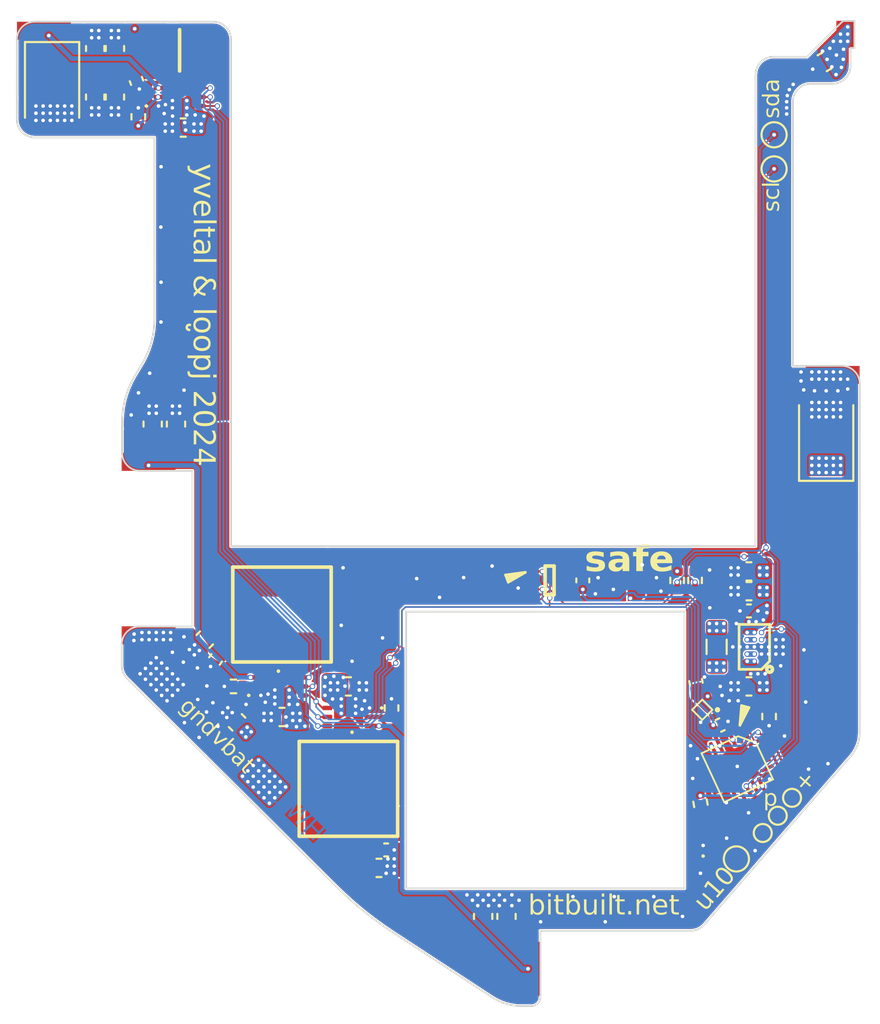
<source format=kicad_pcb>
(kicad_pcb (version 20240225) (generator "pcbnew") (generator_version "8.99")
  (layers (0 "F.Cu" signal) (1 "In1.Cu" signal) (2 "In2.Cu" signal) (31 "B.Cu" signal) (34 "B.Paste" user) (35 "F.Paste" user) (36 "B.SilkS" user "B.Silkscreen") (37 "F.SilkS" user "F.Silkscreen") (38 "B.Mask" user) (39 "F.Mask" user) (44 "Edge.Cuts" user))
  (net 0 "")
  (net 1 "GND")
  (net 2 "+3V3")
  (net 3 "+1V8")
  (net 4 "+1V0")
  (net 5 "+1V15")
  (net 6 "Net-(U1-SW)")
  (net 7 "SDA")
  (net 8 "SCL")
  (net 9 "EN")
  (net 10 "Net-(U2-SW)")
  (net 11 "VBAT")
  (net 12 "Net-(U3-SW)")
  (net 13 "Net-(U4-LX2)")
  (net 14 "Net-(U4-LX1)")
  (net 15 "Net-(D1-A)")
  (net 16 "Net-(U1-VSET)")
  (net 17 "Net-(U2-VSET)")
  (net 18 "Net-(U3-VSET)")
  (net 19 "UPDI")
  (net 20 "Net-(U5-PC0)")
  (net 28 "+1V8_ALW")
  (net 31 "ALERT")
  (net 32 "SAFEMODE")
  (net 34 "U10")
  (footprint "project-footprints:TestPoint_Pad_3x1.0mm" (layer "F.Cu") (at 163.940247 92.552028)
    (property "Reference" "TP5" (hide yes))
    (property "Value" "GND" (hide yes))
  )
  (footprint "Capacitor_SMD:C_0603_1608Metric" (layer "F.Cu") (at 163.479802 75.136758 -150)
    (property "Reference" "C23" (hide yes))
    (property "Value" "22uF" (hide yes))
  )
  (footprint "Capacitor_SMD:C_0402_1005Metric" (layer "F.Cu") (at 139.079802 118.986758)
    (property "Reference" "C8" (hide yes))
    (property "Value" "0.1uF" (hide yes))
  )
  (footprint "Capacitor_SMD:C_0402_1005Metric" (layer "F.Cu") (at 125.179802 76.186758 -70)
    (property "Reference" "C17" (hide yes))
    (property "Value" "0.1uF" (hide yes))
  )
  (footprint "Capacitor_SMD:C_0603_1608Metric" (layer "F.Cu") (at 133.279802 111.586758 180)
    (property "Reference" "C1" (hide yes))
    (property "Value" "22uF" (hide yes))
  )
  (footprint "project-footprints:TestPoint_Pad_3x1.0mm" (layer "F.Cu") (at 147.169939 125.601361 90)
    (property "Reference" "TP3" (hide yes))
    (property "Value" "1V15" (hide yes))
  )
  (footprint "Capacitor_SMD:C_0603_1608Metric" (layer "F.Cu") (at 144.479802 122.686758 90)
    (property "Reference" "C11" (hide yes))
    (property "Value" "22uF" (hide yes))
  )
  (footprint "Capacitor_SMD:C_0603_1608Metric" (layer "F.Cu") (at 145.779802 122.686758 90)
    (property "Reference" "C10" (hide yes))
    (property "Value" "22uF" (hide yes))
  )
  (footprint "SamacSys_Parts:XFL5015152MEC" (layer "F.Cu") (at 136.979802 115.586758 -90)
    (property "Reference" "L2" (hide yes))
    (property "Value" "220nH" (hide yes))
  )
  (footprint "Resistor_SMD:R_0402_1005Metric" (layer "F.Cu") (at 155.279802 103.986758 -90)
    (property "Reference" "R4" (hide yes))
    (property "Value" "4.7k" (hide yes))
  )
  (footprint "Resistor_SMD:R_0402_1005Metric" (layer "F.Cu") (at 160.40144 111.561829 90)
    (property "Reference" "R7" (hide yes))
    (property "Value" "133k" (hide yes))
  )
  (footprint "Capacitor_SMD:C_0603_1608Metric" (layer "F.Cu") (at 122.879802 74.386758 90)
    (property "Reference" "C20" (hide yes))
    (property "Value" "22uF" (hide yes))
  )
  (footprint "Capacitor_Tantalum_SMD:CP_EIA-3528-15_AVX-H" (layer "F.Cu") (at 163.579802 95.986758 90)
    (property "Reference" "C189" (hide yes))
    (property "Value" "150uF" (hide yes))
  )
  (footprint "Resistor_SMD:R_0402_1005Metric" (layer "F.Cu") (at 125.279802 78.186758 90)
    (property "Reference" "R3" (hide yes))
    (property "Value" "86.6k" (hide yes))
  )
  (footprint "Resistor_SMD:R_0402_1005Metric" (layer "F.Cu") (at 156.579802 116.386758 100)
    (property "Reference" "R6" (hide yes))
    (property "Value" "0Ω" (hide yes))
  )
  (footprint "Capacitor_SMD:C_0603_1608Metric" (layer "F.Cu") (at 130.779802 111.886758 135)
    (property "Reference" "C24" (hide yes))
    (property "Value" "22uF")
  )
  (footprint "Capacitor_SMD:C_0402_1005Metric" (layer "F.Cu") (at 157.679802 112.036758 25)
    (property "Reference" "C25" (hide yes))
    (property "Value" "1uF")
  )
  (footprint "Capacitor_SMD:C_0603_1608Metric" (layer "F.Cu") (at 127.379802 95.286758 90)
    (property "Reference" "C4" (hide yes))
    (property "Value" "22uF" (hide yes))
  )
  (footprint "TestPoint:TestPoint_Pad_D1.0mm" (layer "F.Cu") (at 160.047483 118.044079)
    (property "Reference" "TP11" (hide yes))
    (property "Value" "GND" (hide yes))
  )
  (footprint "Capacitor_SMD:C_0402_1005Metric" (layer "F.Cu") (at 156.329802 109.636758 100)
    (property "Reference" "C22" (hide yes))
    (property "Value" "1uF" (hide yes))
  )
  (footprint "TestPoint:TestPoint_Pad_D1.0mm" (layer "F.Cu") (at 160.679802 81.086758)
    (property "Reference" "TP9" (hide yes))
    (property "Value" "SCL" (hide yes))
  )
  (footprint "Capacitor_Tantalum_SMD:CP_EIA-3528-15_AVX-H" (layer "F.Cu") (at 120.479802 76.486758 -90)
    (property "Reference" "C5" (hide yes))
    (property "Value" "150uF" (hide yes))
  )
  (footprint "Resistor_SMD:R_0402_1005Metric" (layer "F.Cu") (at 139.379802 111.086758 90)
    (property "Reference" "R2" (hide yes))
    (property "Value" "249k" (hide yes))
  )
  (footprint "Jumper:SolderJumper-2_P1.3mm_Open_RoundedPad1.0x1.5mm" (layer "F.Cu") (at 152.379802 104.386758)
    (property "Reference" "JP1" (hide yes))
    (property "Value" "SolderJumper_2_Open" (hide yes))
  )
  (footprint "Capacitor_SMD:C_0402_1005Metric" (layer "F.Cu") (at 129.579802 108.386758 -125)
    (property "Reference" "C2" (hide yes))
    (property "Value" "0.1uF" (hide yes))
  )
  (footprint "Capacitor_SMD:C_0603_1608Metric" (layer "F.Cu") (at 159.279802 109.886758 180)
    (property "Reference" "C15" (hide yes))
    (property "Value" "22uF" (hide yes))
  )
  (footprint "Capacitor_SMD:C_0603_1608Metric" (layer "F.Cu") (at 127.779802 78.786758 180)
    (property "Reference" "C16" (hide yes))
    (property "Value" "22uF" (hide yes))
  )
  (footprint "Capacitor_SMD:C_0603_1608Metric" (layer "F.Cu") (at 123.979802 77.086758 -90)
    (property "Reference" "C18" (hide yes))
    (property "Value" "22uF" (hide yes))
  )
  (footprint "SamacSys_Parts:XFL5015152MEC" (layer "F.Cu") (at 133.279802 105.886758 90)
    (property "Reference" "L1" (hide yes))
    (property "Value" "220nH" (hide yes))
  )
  (footprint "Capacitor_SMD:C_0603_1608Metric" (layer "F.Cu") (at 138.679802 119.986758)
    (property "Reference" "C9" (hide yes))
    (property "Value" "22uF" (hide yes))
  )
  (footprint "SamacSys_Parts:TPS628680ARQYR" (layer "F.Cu") (at 136.979802 111.586758 -90)
    (property "Reference" "U2" (hide yes))
    (property "Value" "TPS628681ARQYR" (hide yes))
  )
  (footprint "TestPoint:TestPoint_Pad_D1.0mm" (layer "F.Cu") (at 161.679802 116.086758)
    (property "Reference" "TP10" (hide yes))
    (property "Value" "VBAT" (hide yes))
  )
  (footprint "Resistor_SMD:R_0402_1005Metric" (layer "F.Cu") (at 130.579802 109.886758 180)
    (property "Reference" "R1" (hide yes))
    (property "Value" "133k" (hide yes))
  )
  (footprint "Capacitor_SMD:C_0603_1608Metric" (layer "F.Cu") (at 136.979802 109.886758)
    (property "Reference" "C7" (hide yes))
    (property "Value" "22uF" (hide yes))
  )
  (footprint "LED_SMD:LED_0402_1005Metric" (layer "F.Cu") (at 156.729802 118.236758 90)
    (property "Reference" "D1" (hide yes))
    (property "Value" "LED" (hide yes))
  )
  (footprint "Capacitor_SMD:C_0603_1608Metric" (layer "F.Cu") (at 122.879802 77.086758 -90)
    (property "Reference" "C19" (hide yes))
    (property "Value" "22uF" (hide yes))
  )
  (footprint "TestPoint:TestPoint_Pad_D1.0mm" (layer "F.Cu") (at 160.679802 79.186758)
    (property "Reference" "TP8" (hide yes))
    (property "Value" "SDA" (hide yes))
  )
  (footprint "project-footprints:TestPoint_Pad_3x1.0mm" (layer "F.Cu") (at 125.853723 107.042836)
    (property "Reference" "TP7" (hide yes))
    (property "Value" "GND" (hide yes))
  )
  (footprint "SamacSys_Parts:TPS628680ARQYR" (layer "F.Cu") (at 133.279802 109.886758 90)
    (property "Reference" "U1" (hide yes))
    (property "Value" "TPS628681ARQYR" (hide yes))
  )
  (footprint "Resistor_SMD:R_0402_1005Metric" (layer "F.Cu") (at 156.279802 103.986758 -90)
    (property "Reference" "R5" (hide yes))
    (property "Value" "4.7k" (hide yes))
  )
  (footprint "Capacitor_SMD:C_0402_1005Metric" (layer "F.Cu") (at 159.279802 105.686758 180)
    (property "Reference" "C14" (hide yes))
    (property "Value" "0.1uF" (hide yes))
  )
  (footprint "project-footprints:TestPoint_Pad_1.5x1.0mm" (layer "F.Cu") (at 164.647641 73.593218 90)
    (property "Reference" "TP1" (hide yes))
    (property "Value" "3V3" (hide yes))
  )
  (footprint "Capacitor_SMD:C_0603_1608Metric" (layer "F.Cu") (at 128.979802 107.286758 -135)
    (property "Reference" "C3" (hide yes))
    (property "Value" "22uF" (hide yes))
  )
  (footprint "SamacSys_Parts:BGA15C40P3X5_134X226X62" (layer "F.Cu") (at 159.579802 107.686758 180)
    (property "Reference" "U4" (hide yes))
    (property "Value" "TPS63810YFFR" (hide yes))
  )
  (footprint "SamacSys_Parts:BGA4C35P2X2_64X64X44" (layer "F.Cu") (at 156.679802 111.186758 -135)
    (property "Reference" "IC4" (hide yes))
    (property "Value" "LP5907UVX-1.8_NOPB" (hide yes))
  )
  (footprint "SamacSys_Parts:TPS628680ARQYR" (layer "F.Cu") (at 127.579802 77.086758 90)
    (property "Reference" "U3" (hide yes))
    (property "Value" "TPS628682ARQYR" (hide yes))
  )
  (footprint "project-footprints:TestPoint_Pad_3x1.0mm" (layer "F.Cu") (at 125.853723 97.39118)
    (property "Reference" "TP4" (hide yes))
    (property "Value" "1V0" (hide yes))
  )
  (footprint "TestPoint:TestPoint_Pad_D1.0mm" (layer "F.Cu") (at 158.579802 119.486758)
    (property "Reference" "TP6" (hide yes))
    (property "Value" "SDA")
  )
  (footprint "Capacitor_SMD:C_0603_1608Metric" (layer "F.Cu") (at 126.079802 95.286758 90)
    (property "Reference" "C6" (hide yes))
    (property "Value" "22uF" (hide yes))
  )
  (footprint "TestPoint:TestPoint_Pad_D1.0mm" (layer "F.Cu") (at 160.885547 117.082627)
    (property "Reference" "TP12" (hide yes))
    (property "Value" "UPDI" (hide yes))
  )
  (footprint "Package_DFN_QFN:VQFN-20-1EP_3x3mm_P0.4mm_EP1.7x1.7mm" (layer "F.Cu") (at 158.629802 114.336758 -65)
    (property "Reference" "U5" (hide yes))
    (property "Value" "ATTINY1616-MNR" (hide yes))
  )
  (footprint "SamacSys_Parts:SOTFL50P160X60-6N" (layer "F.Cu") (at 148.179802 103.986758)
    (property "Reference" "U7" (hide yes))
    (property "Value" "TMP1075NDRLR" (hide yes))
  )
  (footprint "Capacitor_SMD:C_0603_1608Metric" (layer "F.Cu") (at 159.279802 104.586758 180)
    (property "Reference" "C12" (hide yes))
    (property "Value" "22uF" (hide yes))
  )
  (footprint "project-footprints:TestPoint_Pad_3x1.0mm" (layer "F.Cu") (at 120.0265 73.396621)
    (property "Reference" "TP2" (hide yes))
    (property "Value" "1V8" (hide yes))
  )
  (footprint "SamacSys_Parts:INDC3225X120N" (layer "F.Cu") (at 127.579802 74.486758 180)
    (property "Reference" "L3" (hide yes))
    (property "Value" "220nH" (hide yes))
  )
  (footprint "Capacitor_SMD:C_0603_1608Metric" (layer "F.Cu") (at 123.979802 74.386758 90)
    (property "Reference" "C21" (hide yes))
    (property "Value" "22uF" (hide yes))
  )
  (footprint "Capacitor_SMD:C_0402_1005Metric" (layer "F.Cu") (at 150.029802 103.986758 90)
    (property "Reference" "C26" (hide yes))
    (property "Value" "0.1uF" (hide yes))
  )
  (footprint "Capacitor_SMD:C_0603_1608Metric" (layer "F.Cu") (at 159.279802 103.486758 180)
    (property "Reference" "C13" (hide yes))
    (property "Value" "22uF" (hide yes))
  )
  (footprint "Inductor_SMD:L_0805_2012Metric" (layer "F.Cu") (at 157.479802 107.686758 90)
    (property "Reference" "L4" (hide yes))
    (property "Value" "470nH" (hide yes))
  )
  (gr_line (start 145.729802 103.686758) (end 145.979802 103.936758) (stroke (width 0.15)) (layer "F.SilkS"))
  (gr_line (start 145.729802 103.686758) (end 146.829802 103.536758) (stroke (width 0.15)) (layer "F.SilkS"))
  (gr_line (start 158.851756 111.678591) (end 159.020804 111.110272) (stroke (width 0.15)) (layer "F.SilkS"))
  (gr_line (start 145.979802 103.936758) (end 145.854802 103.811758) (stroke (width 0.15)) (layer "F.SilkS"))
  (gr_line (start 145.854802 103.811758) (end 146.479802 103.686758) (stroke (width 0.15)) (layer "F.SilkS"))
  (gr_line (start 145.879802 104.086758) (end 145.729802 103.686758) (stroke (width 0.15)) (layer "F.SilkS"))
  (gr_line (start 158.773878 112.051331) (end 158.868241 110.957668) (stroke (width 0.15)) (layer "F.SilkS"))
  (gr_line (start 159.281938 111.064226) (end 158.773878 112.051331) (stroke (width 0.15)) (layer "F.SilkS"))
  (gr_arc (start 128.112082 90.049434) (mid 127.979802 89.886758) (end 128.151606 89.766573) (stroke (width 0.14)) (layer "F.SilkS"))
  (gr_line (start 158.868241 110.957668) (end 159.281938 111.064226) (stroke (width 0.15)) (layer "F.SilkS"))
  (gr_line (start 146.829802 103.536758) (end 145.879802 104.086758) (stroke (width 0.15)) (layer "F.SilkS"))
  (gr_line (start 159.107848 111.094924) (end 158.851756 111.678591) (stroke (width 0.15)) (layer "F.SilkS"))
  (gr_line (start 146.479802 103.686758) (end 145.917302 103.874258) (stroke (width 0.15)) (layer "F.SilkS"))
  (gr_line (start 158.933757 111.125622) (end 159.107848 111.094924) (stroke (width 0.15)) (layer "F.SilkS"))
  (gr_line (start 124.650177 109.435729) (end 136.312979 121.028715) (stroke (width 0.1)) (layer "Edge.Cuts"))
  (gr_line (start 128.2973 97.886621) (end 125.379802 97.886621) (stroke (width 0.1)) (layer "Edge.Cuts"))
  (gr_line (start 155.692715 105.723749) (end 155.692715 121.12826) (stroke (width 0.1)) (layer "Edge.Cuts"))
  (gr_line (start 140.19547 121.12826) (end 140.19547 105.72826) (stroke (width 0.1)) (layer "Edge.Cuts"))
  (gr_line (start 147.666784 123.481391) (end 147.666784 127.176276) (stroke (width 0.1)) (layer "Edge.Cuts"))
  (gr_arc (start 124.357284 107.555612) (mid 124.650043 106.848304) (end 125.357284 106.555382) (stroke (width 0.1)) (layer "Edge.Cuts"))
  (gr_arc (start 146.621322 127.676076) (mid 145.765565 127.551118) (end 144.981012 127.187233) (stroke (width 0.1)) (layer "Edge.Cuts"))
  (gr_line (start 125.092338 92.599199) (end 125.467115 91.97457) (stroke (width 0.1)) (layer "Edge.Cuts"))
  (gr_line (start 147.666784 123.481391) (end 156.041987 123.481391) (stroke (width 0.1)) (layer "Edge.Cuts"))
  (gr_line (start 119.517519 79.337245) (end 126.178548 79.337245) (stroke (width 0.1)) (layer "Edge.Cuts"))
  (gr_line (start 159.646232 102.085135) (end 159.646232 75.846172) (stroke (width 0.1)) (layer "Edge.Cuts"))
  (gr_arc (start 164.446617 92.048279) (mid 165.15372 92.341177) (end 165.446617 93.048279) (stroke (width 0.1)) (layer "Edge.Cuts"))
  (gr_arc (start 124.650177 109.435729) (mid 124.4334 109.111306) (end 124.357284 108.728622) (stroke (width 0.1)) (layer "Edge.Cuts"))
  (gr_arc (start 159.646232 75.846172) (mid 159.939166 75.139124) (end 160.646232 74.846172) (stroke (width 0.1)) (layer "Edge.Cuts"))
  (gr_line (start 124.379802 96.886758) (end 124.379802 95.171678) (stroke (width 0.1)) (layer "Edge.Cuts"))
  (gr_arc (start 118.516909 73.897032) (mid 118.809785 73.189872) (end 119.516909 72.896895) (stroke (width 0.1)) (layer "Edge.Cuts"))
  (gr_line (start 124.357284 107.555612) (end 124.357284 108.728622) (stroke (width 0.1)) (layer "Edge.Cuts"))
  (gr_line (start 160.646232 74.846172) (end 162.523506 74.846172) (stroke (width 0.1)) (layer "Edge.Cuts"))
  (gr_line (start 165.148396 74.354192) (end 165.148396 72.854192) (stroke (width 0.1)) (layer "Edge.Cuts"))
  (gr_line (start 161.7273 77.346172) (end 161.7273 92.048279) (stroke (width 0.1)) (layer "Edge.Cuts"))
  (gr_line (start 162.523506 74.846172) (end 164.516066 72.854192) (stroke (width 0.1)) (layer "Edge.Cuts"))
  (gr_line (start 164.935175 74.354192) (end 164.935175 75.346172) (stroke (width 0.1)) (layer "Edge.Cuts"))
  (gr_line (start 130.446232 102.085135) (end 159.646232 102.085135) (stroke (width 0.1)) (layer "Edge.Cuts"))
  (gr_line (start 165.148396 72.854192) (end 164.516066 72.854192) (stroke (width 0.1)) (layer "Edge.Cuts"))
  (gr_line (start 156.796435 123.137751) (end 164.952839 113.762428) (stroke (width 0.1)) (layer "Edge.Cuts"))
  (gr_arc (start 119.517519 79.337245) (mid 118.810432 79.04441) (end 118.517517 78.337382) (stroke (width 0.1)) (layer "Edge.Cuts"))
  (gr_arc (start 147.666784 127.176276) (mid 147.521146 127.529018) (end 147.169075 127.67627) (stroke (width 0.1)) (layer "Edge.Cuts"))
  (gr_line (start 147.169075 127.67627) (end 146.621322 127.676076) (stroke (width 0.1)) (layer "Edge.Cuts"))
  (gr_arc (start 139.513949 123.613789) (mid 137.846812 122.403785) (end 136.312979 121.028715) (stroke (width 0.1)) (layer "Edge.Cuts"))
  (gr_arc (start 161.7273 77.346172) (mid 162.020232 76.639113) (end 162.7273 76.346172) (stroke (width 0.1)) (layer "Edge.Cuts"))
  (gr_arc (start 129.446232 72.896895) (mid 130.153355 73.189793) (end 130.446232 73.896895) (stroke (width 0.1)) (layer "Edge.Cuts"))
  (gr_line (start 126.178548 79.337232) (end 126.17965 89.401543) (stroke (width 0.1)) (layer "Edge.Cuts"))
  (gr_line (start 130.446232 73.896895) (end 130.446232 102.085135) (stroke (width 0.1)) (layer "Edge.Cuts"))
  (gr_line (start 128.2973 97.886621) (end 128.2973 106.555382) (stroke (width 0.1)) (layer "Edge.Cuts"))
  (gr_line (start 165.446617 93.048279) (end 165.443943 112.449985) (stroke (width 0.1)) (layer "Edge.Cuts"))
  (gr_line (start 119.516909 72.896895) (end 129.446232 72.896895) (stroke (width 0.1)) (layer "Edge.Cuts"))
  (gr_line (start 139.513949 123.613789) (end 144.981012 127.187233) (stroke (width 0.1)) (layer "Edge.Cuts"))
  (gr_arc (start 156.796435 123.137751) (mid 156.456499 123.391433) (end 156.041987 123.481391) (stroke (width 0.1)) (layer "Edge.Cuts"))
  (gr_line (start 140.19547 121.12826) (end 155.692715 121.12826) (stroke (width 0.1)) (layer "Edge.Cuts"))
  (gr_line (start 161.7273 92.048279) (end 164.446617 92.048279) (stroke (width 0.1)) (layer "Edge.Cuts"))
  (gr_arc (start 125.379802 97.886621) (mid 124.672735 97.593778) (end 124.379802 96.886758) (stroke (width 0.1)) (layer "Edge.Cuts"))
  (gr_line (start 164.935175 74.354192) (end 165.148396 74.354192) (stroke (width 0.1)) (layer "Edge.Cuts"))
  (gr_line (start 128.2973 106.555382) (end 125.357284 106.555382) (stroke (width 0.1)) (layer "Edge.Cuts"))
  (gr_arc (start 126.17965 89.401543) (mid 125.998298 90.736495) (end 125.467115 91.97457) (stroke (width 0.1)) (layer "Edge.Cuts"))
  (gr_arc (start 124.379802 95.171678) (mid 124.561233 93.837012) (end 125.092338 92.599199) (stroke (width 0.1)) (layer "Edge.Cuts"))
  (gr_line (start 163.935175 76.346172) (end 162.7273 76.346172) (stroke (width 0.1)) (layer "Edge.Cuts"))
  (gr_arc (start 164.935175 75.346172) (mid 164.642261 76.053259) (end 163.935175 76.346172) (stroke (width 0.1)) (layer "Edge.Cuts"))
  (gr_line (start 118.517517 78.337382) (end 118.516909 73.897032) (stroke (width 0.1)) (layer "Edge.Cuts"))
  (gr_line (start 140.19547 105.72826) (end 155.692715 105.723749) (stroke (width 0.1)) (layer "Edge.Cuts"))
  (gr_arc (start 165.443943 112.449985) (mid 165.317099 113.150626) (end 164.952839 113.762428) (stroke (width 0.1)) (layer "Edge.Cuts"))
  (gr_text "HW1" (at 134.979802 118.686758 -45) (layer "B.Cu") (effects (font (size 1 1) (thickness 0.1)) (justify left bottom mirror)))
  (gr_text "yveltal & loopj 2024" (at 128.16201 80.776048 270) (layer "F.SilkS") (effects (font (size 1.2 1.2) (thickness 0.15) (italic yes)) (justify left bottom)))
  (gr_text "+" (at 162.079802 115.586758 49) (layer "F.SilkS") (effects (font (size 0.9 0.9) (thickness 0.1125) (italic yes)) (justify left)))
  (gr_text "scl" (at 160.579802 83.486758 90) (layer "F.SilkS") (effects (font (size 0.9 0.9) (thickness 0.1125) (italic yes)) (justify left)))
  (gr_text "vbat" (at 129.529802 112.536758 -45) (layer "F.SilkS") (effects (font (size 0.9 0.9) (thickness 0.1125) (italic yes)) (justify left)))
  (gr_text "u10" (at 157.395355 121.167748 49) (layer "F.SilkS") (effects (font (size 1 1) (thickness 0.15) (italic yes))))
  (gr_text "safe" (at 152.619153 102.889074 0) (layer "F.SilkS") (effects (font (size 1.4 1.5) (thickness 0.3) (bold yes) (italic yes))))
  (gr_text "p" (at 160.076758 116.149086 0) (layer "F.SilkS") (effects (font (size 0.9 0.9) (thickness 0.15) (italic yes)) (justify left)))
  (gr_text "sda" (at 160.579802 78.286758 90) (layer "F.SilkS") (effects (font (size 0.9 0.9) (thickness 0.1125) (italic yes)) (justify left)))
  (gr_text "gnd" (at 127.779802 110.786758 315) (layer "F.SilkS") (effects (font (size 0.9 0.9) (thickness 0.1125) (italic yes)) (justify left)))
  (gr_text "bitbuilt.net" (at 146.979802 122.766758 0) (layer "F.SilkS") (effects (font (size 1.1 1.1) (thickness 0.15) (italic yes)) (justify left bottom)))
  (segment (start 132.879802 110.086758) (end 132.879802 110.361758) (width 0.3048) (layer "F.Cu") (net 1))
  (via (at 130.508375 111.34351) (size 0.3) (drill 0.2) (layers "F.Cu" "B.Cu") (net 1))
  (via (at 126.779802 78.586758) (size 0.3) (drill 0.2) (layers "F.Cu" "B.Cu") (net 1))
  (via (at 122.679802 73.386758) (size 0.3) (drill 0.2) (layers "F.Cu" "B.Cu") (net 1))
  (via (at 161.179802 107.286758) (size 0.3) (drill 0.2) (layers "F.Cu" "B.Cu") (net 1))
  (via (at 163.579802 92.786758) (size 0.3) (drill 0.2) (layers "F.Cu" "B.Cu") (net 1))
  (via (at 139.529802 119.486758) (size 0.3) (drill 0.2) (layers "F.Cu" "B.Cu") (net 1))
  (via (at 126.879802 110.086758) (size 0.3) (drill 0.2) (layers "F.Cu" "B.Cu") (net 1))
  (via (at 123.079802 77.686758) (size 0.3) (drill 0.2) (layers "F.Cu" "B.Cu") (net 1))
  (via (at 127.179802 94.686758) (size 0.3) (drill 0.2) (layers "F.Cu" "B.Cu") (net 1))
  (via (at 139.179802 119.486758) (size 0.3) (drill 0.2) (layers "F.Cu" "B.Cu") (net 1))
  (via (at 154.129802 103.836758) (size 0.3) (drill 0.2) (layers "F.Cu" "B.Cu") (net 1))
  (via (at 158.679802 103.286758) (size 0.3) (drill 0.2) (layers "F.Cu" "B.Cu") (net 1))
  (via (at 162.440294 110.755007) (size 0.3) (drill 0.2) (layers "F.Cu" "B.Cu") (net 1))
  (via (at 162.329802 93.386758) (size 0.3) (drill 0.2) (layers "F.Cu" "B.Cu") (net 1))
  (via (at 158.279802 103.286758) (size 0.3) (drill 0.2) (layers "F.Cu" "B.Cu") (net 1))
  (via (at 137.579802 110.086758) (size 0.3) (drill 0.2) (layers "F.Cu" "B.Cu") (net 1))
  (via (at 129.079773 111.308622) (size 0.3) (drill 0.2) (layers "F.Cu" "B.Cu") (net 1))
  (via (at 126.279802 94.686758) (size 0.3) (drill 0.2) (layers "F.Cu" "B.Cu") (net 1))
  (via (at 161.380537 77.349342) (size 0.3) (drill 0.2) (layers "F.Cu" "B.Cu") (net 1))
  (via (at 127.179802 107.986758) (size 0.3) (drill 0.2) (layers "F.Cu" "B.Cu") (net 1))
  (via (at 146.429802 104.412221) (size 0.3) (drill 0.2) (layers "F.Cu" "B.Cu") (net 1))
  (via (at 158.279802 104.386758) (size 0.3) (drill 0.2) (layers "F.Cu" "B.Cu") (net 1))
  (via (at 127.179802 77.686758) (size 0.3) (drill 0.2) (layers "F.Cu" "B.Cu") (net 1))
  (via (at 127.179802 78.986758) (size 0.3) (drill 0.2) (layers "F.Cu" "B.Cu") (net 1))
  (via (at 129.304485 108.779951) (size 0.3) (drill 0.2) (layers "F.Cu" "B.Cu") (net 1))
  (via (at 156.411814 113.911842) (size 0.3) (drill 0.2) (layers "F.Cu" "B.Cu") (net 1))
  (via (at 136.679802 103.286758) (size 0.3) (drill 0.2) (layers "F.Cu" "B.Cu") (net 1))
  (via (at 158.279802 104.786758) (size 0.3) (drill 0.2) (layers "F.Cu" "B.Cu") (net 1))
  (via (at 126.279802 108.886758) (size 0.3) (drill 0.2) (layers "F.Cu" "B.Cu") (net 1))
  (via (at 145.379802 121.486758) (size 0.3) (drill 0.2) (layers "F.Cu" "B.Cu") (net 1))
  (via (at 137.379802 110.583889) (size 0.3) (drill 0.2) (layers "F.Cu" "B.Cu") (net 1))
  (via (at 126.579802 109.786758) (size 0.3) (drill 0.2) (layers "F.Cu" "B.Cu") (net 1))
  (via (at 121.179802 77.586758) (size 0.3) (drill 0.2) (layers "F.Cu" "B.Cu") (net 1))
  (via (at 124.883918 94.779546) (size 0.3) (drill 0.2) (layers "F.Cu" "B.Cu") (net 1))
  (via (at 164.379802 94.886758) (size 0.3) (drill 0.2) (layers "F.Cu" "B.Cu") (net 1))
  (via (at 127.479802 110.086758) (size 0.3) (drill 0.2) (layers "F.Cu" "B.Cu") (net 1))
  (via (at 126.546451 80.965708) (size 0.3) (drill 0.2) (layers "F.Cu" "B.Cu") (net 1))
  (via (at 125.034645 107.332846) (size 0.3) (drill 0.2) (layers "F.Cu" "B.Cu") (net 1))
  (via (at 125.479802 106.886758) (size 0.3) (drill 0.2) (layers "F.Cu" "B.Cu") (net 1))
  (via (at 121.579802 78.386758) (size 0.3) (drill 0.2) (layers "F.Cu" "B.Cu") (net 1))
  (via (at 158.679802 104.786758) (size 0.3) (drill 0.2) (layers "F.Cu" "B.Cu") (net 1))
  (via (at 121.579802 77.986758) (size 0.3) (drill 0.2) (layers "F.Cu" "B.Cu") (net 1))
  (via (at 151.279802 122.986758) (size 0.3) (drill 0.2) (layers "F.Cu" "B.Cu") (net 1))
  (via (at 144.979802 103.186758) (size 0.3) (drill 0.2) (layers "F.Cu" "B.Cu") (net 1))
  (via (at 158.037848 118.331208) (size 0.3) (drill 0.2) (layers "F.Cu" "B.Cu") (net 1))
  (via (at 138.879802 107.186758) (size 0.3) (drill 0.2) (layers "F.Cu" "B.Cu") (net 1))
  (via (at 123.779802 73.386758) (size 0.3) (drill 0.2) (layers "F.Cu" "B.Cu") (net 1))
  (via (at 162.779802 92.386758) (size 0.3) (drill 0.2) (layers "F.Cu" "B.Cu") (net 1))
  (via (at 127.826966 93.399984) (size 0.3) (drill 0.2) (layers "F.Cu" "B.Cu") (net 1))
  (via (at 120.779802 77.586758) (size 0.3) (drill 0.2) (layers "F.Cu" "B.Cu") (net 1))
  (via (at 158.679802 104.386758) (size 0.3) (drill 0.2) (layers "F.Cu" "B.Cu") (net 1))
  (via (at 125.290646 93.549515) (size 0.3) (drill 0.2) (layers "F.Cu" "B.Cu") (net 1))
  (via (at 139.379802 110.576758) (size 0.3) (drill 0.2) (layers "F.Cu" "B.Cu") (net 1))
  (via (at 132.104802 110.386758) (size 0.3) (drill 0.2) (layers "F.Cu" "B.Cu") (net 1))
  (via (at 158.279802 110.086758) (size 0.3) (drill 0.2) (layers "F.Cu" "B.Cu") (net 1))
  (via (at 158.679802 103.686758) (size 0.3) (drill 0.2) (layers "F.Cu" "B.Cu") (net 1))
  (via (at 163.579802 94.486758) (size 0.3) (drill 0.2) (layers "F.Cu" "B.Cu") (net 1))
  (via (at 163.979802 92.786758) (size 0.3) (drill 0.2) (layers "F.Cu" "B.Cu") (net 1))
  (via (at 128.679802 107.886758) (size 0.3) (drill 0.2) (layers "F.Cu" "B.Cu") (net 1))
  (via (at 160.379802 108.086758) (size 0.3) (drill 0.2) (layers "F.Cu" "B.Cu") (net 1))
  (via (at 161.414152 77.00647) (size 0.3) (drill 0.2) (layers "F.Cu" "B.Cu") (net 1))
  (via (at 130.206993 111.613714) (size 0.3) (drill 0.2) (layers "F.Cu" "B.Cu") (net 1))
  (via (at 121.179802 77.986758) (size 0.3) (drill 0.2) (layers "F.Cu" "B.Cu") (net 1))
  (via (at 119.579802 77.586758) (size 0.3) (drill 0.2) (layers "F.Cu" "B.Cu") (net 1))
  (via (at 123.079802 73.786758) (size 0.3) (drill 0.2) (layers "F.Cu" "B.Cu") (net 1))
  (via (at 161.379802 77.686758) (size 0.3) (drill 0.2) (layers "F.Cu" "B.Cu") (net 1))
  (via (at 124.179802 78.086758) (size 0.3) (drill 0.2) (layers "F.Cu" "B.Cu") (net 1))
  (via (at 124.179802 73.386758) (size 0.3) (drill 0.2) (layers "F.Cu" "B.Cu") (net 1))
  (via (at 125.679802 109.486758) (size 0.3) (drill 0.2) (layers "F.Cu" "B.Cu") (net 1))
  (via (at 164.379802 92.786758) (size 0.3) (drill 0.2) (layers "F.Cu" "B.Cu") (net 1))
  (via (at 159.979802 108.086758) (size 0.3) (drill 0.2) (layers "F.Cu" "B.Cu") (net 1))
  (via (at 158.019802 116.356758) (size 0.3) (drill 0.2) (layers "F.Cu" "B.Cu") (net 1))
  (via (at 125.879802 94.286758) (size 0.3) (drill 0.2) (layers "F.Cu" "B.Cu") (net 1))
  (via (at 125.337624 76.641553) (size 0.3) (drill 0.2) (layers "F.Cu" "B.Cu") (net 1))
  (via (at 126.579802 110.386758) (size 0.3) (drill 0.2) (layers "F.Cu" "B.Cu") (net 1))
  (via (at 145.379802 122.086758) (size 0.3) (drill 0.2) (layers "F.Cu" "B.Cu") (net 1))
  (via (at 120.379802 77.986758) (size 0.3) (drill 0.2) (layers "F.Cu" "B.Cu") (net 1))
  (via (at 126.536743 84.324757) (size 0.3) (drill 0.2) (layers "F.Cu" "B.Cu") (net 1))
  (via (at 164.379802 92.386758) (size 0.3) (drill 0.2) (layers "F.Cu" "B.Cu") (net 1))
  (via (at 126.404802 77.586758) (size 0.3) (drill 0.2) (layers "F.Cu" "B.Cu") (net 1))
  (via (at 143.879802 121.786758) (size 0.3) (drill 0.2) (layers "F.Cu" "B.Cu") (net 1))
  (via (at 132.279802 111.786758) (size 0.3) (drill 0.2) (layers "F.Cu" "B.Cu") (net 1))
  (via (at 142.053773 104.932032) (size 0.3) (drill 0.2) (layers "F.Cu" "B.Cu") (net 1))
  (via (at 126.779802 78.986758) (size 0.3) (drill 0.2) (layers "F.Cu" "B.Cu") (net 1))
  (via (at 155.579802 122.686758) (size 0.3) (drill 0.2) (layers "F.Cu" "B.Cu") (net 1))
  (via (at 158.579802 106.386758) (size 0.3) (drill 0.2) (layers "F.Cu" "B.Cu") (net 1))
  (via (at 140.779802 103.886758) (size 0.3) (drill 0.2) (layers "F.Cu" "B.Cu") (net 1))
  (via (at 157.779802 110.386758) (size 0.3) (drill 0.2) (layers "F.Cu" "B.Cu") (net 1))
  (via (at 127.179802 110.386758) (size 0.3) (drill 0.2) (layers "F.Cu" "B.Cu") (net 1))
  (via (at 122.679802 78.086758) (size 0.3) (drill 0.2) (layers "F.Cu" "B.Cu") (net 1))
  (via (at 137.979802 110.086758) (size 0.3) (drill 0.2) (layers "F.Cu" "B.Cu") (net 1))
  (via (at 156.729802 118.736758) (size 0.3) (drill 0.2) (layers "F.Cu" "B.Cu") (net 1))
  (via (at 151.779802 121.586758) (size 0.3) (drill 0.2) (layers "F.Cu" "B.Cu") (net 1))
  (via (at 123.779802 73.786758) (size 0.3) (drill 0.2) (layers "F.Cu" "B.Cu") (net 1))
  (via (at 163.179802 94.886758) (size 0.3) (drill 0.2) (layers "F.Cu" "B.Cu") (net 1))
  (via (at 126.579802 108.586758) (size 0.3) (drill 0.2) (layers "F.Cu" "B.Cu") (net 1))
  (via (at 126.279802 107.286758) (size 0.3) (drill 0.2) (layers "F.Cu" "B.Cu") (net 1))
  (via (at 128.590744 110.615315) (size 0.3) (drill 0.2) (layers "F.Cu" "B.Cu") (net 1))
  (via (at 159.579802 107.686758) (size 0.3) (drill 0.2) (layers "F.Cu" "B.Cu") (net 1))
  (via (at 125.279802 77.686758) (size 0.3) (drill 0.2) (layers "F.Cu" "B.Cu") (net 1))
  (via (at 151.729802 104.486758) (size 0.3) (drill 0.2) (layers "F.Cu" "B.Cu") (net 1))
  (via (at 123.079802 73.386758) (size 0.3) (drill 0.2) (layers "F.Cu" "B.Cu") (net 1))
  (via (at 164.379802 94.086758) (size 0.3) (drill 0.2) (layers "F.Cu" "B.Cu") (net 1))
  (via (at 128.411312 107.575479) (size 0.3) (drill 0.2) (layers "F.Cu" "B.Cu") (net 1))
  (via (at 158.679802 110.686758) (size 0.3) (drill 0.2) (layers "F.Cu" "B.Cu") (net 1))
  (via (at 161.179802 108.086758) (size 0.3) (drill 0.2) (layers "F.Cu" "B.Cu") (net 1))
  (via (at 126.679802 106.886758) (size 0.3) (drill 0.2) (layers "F.Cu" "B.Cu") (net 1))
  (via (at 159.179802 107.686758) (size 0.3) (drill 0.2) (layers "F.Cu" "B.Cu") (net 1))
  (via (at 144.779802 122.086758) (size 0.3) (drill 0.2) (layers "F.Cu" "B.Cu") (net 1))
  (via (at 161.259802 112.646758) (size 0.3) (drill 0.2) (layers "F.Cu" "B.Cu") (net 1))
  (via (at 119.979802 77.586758) (size 0.3) (drill 0.2) (layers "F.Cu" "B.Cu") (net 1))
  (via (at 162.779802 94.486758) (size 0.3) (drill 0.2) (layers "F.Cu" "B.Cu") (net 1))
  (via (at 127.579802 94.286758) (size 0.3) (drill 0.2) (layers "F.Cu" "B.Cu") (net 1))
  (via (at 125.979802 109.186758) (size 0.3) (drill 0.2) (layers "F.Cu" "B.Cu") (net 1))
  (via (at 137.379802 110.986758) (size 0.3) (drill 0.2) (layers "F.Cu" "B.Cu") (net 1))
  (via (at 158.179802 110.686758) (size 0.3) (drill 0.2) (layers "F.Cu" "B.Cu") (net 1))
  (via (at 163.579802 94.886758) (size 0.3) (drill 0.2) (layers "F.Cu" "B.Cu") (net 1))
  (via (at 137.579802 109.686758) (size 0.3) (drill 0.2) (layers "F.Cu" "B.Cu") (net 1))
  (via (at 120.779802 77.986758) (size 0.3) (drill 0.2) (layers "F.Cu" "B.Cu") (net 1))
  (via (at 125.879802 94.686758) (size 0.3) (drill 0.2) (layers "F.Cu" "B.Cu") (net 1))
  (via (at 163.979802 94.886758) (size 0.3) (drill 0.2) (layers "F.Cu" "B.Cu") (net 1))
  (via (at 126.879802 108.886758) (size 0.3) (drill 0.2) (layers "F.Cu" "B.Cu") (net 1))
  (via (at 127.823154 107.124017) (size 0.3) (drill 0.2) (layers "F.Cu" "B.Cu") (net 1))
  (via (at 128.572173 108.857286) (size 0.3) (drill 0.2) (layers "F.Cu" "B.Cu") (net 1))
  (via (at 163.979802 94.486758) (size 0.3) (drill 0.2) (layers "F.Cu" "B.Cu") (net 1))
  (via (at 149.479802 121.586758) (size 0.3) (drill 0.2) (layers "F.Cu" "B.Cu") (net 1))
  (via (at 163.679802 114.186758) (size 0.3) (drill 0.2) (layers "F.Cu" "B.Cu") (net 1))
  (via (at 128.399259 108.130627) (size 0.3) (drill 0.2) (layers "F.Cu" "B.Cu") (net 1))
  (via (at 137.979802 109.686758) (size 0.3) (drill 0.2) (layers "F.Cu" "B.Cu") (net 1))
  (via (at 156.029802 113.186758) (size 0.3) (drill 0.2) (layers "F.Cu" "B.Cu") (net 1))
  (via (at 150.729802 104.736758) (size 0.3) (drill 0.2) (layers "F.Cu" "B.Cu") (net 1))
  (via (at 127.179802 109.186758) (size 0.3) (drill 0.2) (layers "F.Cu" "B.Cu") (net 1))
  (via (at 126.546451 87.39256) (size 0.3) (drill 0.2) (layers "F.Cu" "B.Cu") (net 1))
  (via (at 127.179802 77.286758) (size 0.3) (drill 0.2) (layers "F.Cu" "B.Cu") (net 1))
  (via (at 126.579802 109.186758) (size 0.3) (drill 0.2) (layers "F.Cu" "B.Cu") (net 1))
  (via (at 126.720477 78.00783) (size 0.3) (drill 0.2) (layers "F.Cu" "B.Cu") (net 1))
  (via (at 137.879802 110.686758) (size 0.3) (drill 0.2) (layers "F.Cu" "B.Cu") (net 1))
  (via (at 153.979802 121.586758) (size 0.3) (drill 0.2) (layers "F.Cu" "B.Cu") (net 1))
  (via (at 125.679802 108.886758) (size 0.3) (drill 0.2) (layers "F.Cu" "B.Cu") (net 1))
  (via (at 156.579802 120.286758) (size 0.3) (drill 0.2) (layers "F.Cu" "B.Cu") (net 1))
  (via (at 132.879802 110.860999) (size 0.3) (drill 0.2) (layers "F.Cu" "B.Cu") (net 1))
  (via (at 159.624032 119.026041) (size 0.3) (drill 0.2) (layers "F.Cu" "B.Cu") (net 1))
  (via (at 160.379802 107.686758) (size 0.3) (drill 0.2) (layers "F.Cu" "B.Cu") (net 1))
  (via (at 138.154802 111.086758) (size 0.3) (drill 0.2) (layers "F.Cu" "B.Cu") (net 1))
  (via (at 126.542464 89.606641) (size 0.3) (drill 0.2) (layers "F.Cu" "B.Cu") (net 1))
  (via (at 162.179802 92.386758) (size 0.3) (drill 0.2) (layers "F.Cu" "B.Cu") (net 1))
  (via (at 126.679802 107.286758) (size 0.3) (drill 0.2) (layers "F.Cu" "B.Cu") (net 1))
  (via (at 126.790573 77.509191) (size 0.3) (drill 0.2) (layers "F.Cu" "B.Cu") (net 1))
  (via (at 137.735016 111.155767) (size 0.3) (drill 0.2) (layers "F.Cu" "B.Cu") (net 1))
  (via (at 127.179802 94.286758) (size 0.3) (drill 0.2) (layers "F.Cu" "B.Cu") (net 1))
  (via (at 119.979802 78.386758) (size 0.3) (drill 0.2) (layers "F.Cu" "B.Cu") (net 1))
  (via (at 126.279802 94.286758) (size 0.3) (drill 0.2) (layers "F.Cu" "B.Cu") (net 1))
  (via (at 125.879802 107.286758) (size 0.3) (drill 0.2) (layers "F.Cu" "B.Cu") (net 1))
  (via (at 137.379802 111.386758) (size 0.3) (drill 0.2) (layers "F.Cu" "B.Cu") (net 1))
  (via (at 159.979802 107.686758) (size 0.3) (drill 0.2) (layers "F.Cu" "B.Cu") (net 1))
  (via (at 163.579802 93.436758) (size 0.3) (drill 0.2) (layers "F.Cu" "B.Cu") (net 1))
  (via (at 163.579802 94.086758) (size 0.3) (drill 0.2) (layers "F.Cu" "B.Cu") (net 1))
  (via (at 164.379802 94.486758) (size 0.3) (drill 0.2) (layers "F.Cu" "B.Cu") (net 1))
  (via (at 132.279802 111.386758) (size 0.3) (drill 0.2) (layers "F.Cu" "B.Cu") (net 1))
  (via (at 159.259069 116.920487) (size 0.3) (drill 0.2) (layers "F.Cu" "B.Cu") (net 1))
  (via (at 121.579802 77.586758) (size 0.3) (drill 0.2) (layers "F.Cu" "B.Cu") (net 1))
  (via (at 132.350311 110.767863) (size 0.3) (drill 0.2) (layers "F.Cu" "B.Cu") (net 1))
  (via (at 120.779802 78.386758) (size 0.3) (drill 0.2) (layers "F.Cu" "B.Cu") (net 1))
  (via (at 163.979802 92.386758) (size 0.3) (drill 0.2) (layers "F.Cu" "B.Cu") (net 1))
  (via (at 127.079802 106.886758) (size 0.3) (drill 0.2) (layers "F.Cu" "B.Cu") (net 1))
  (via (at 127.579802 94.686758) (size 0.3) (drill 0.2) (layers "F.Cu" "B.Cu") (net 1))
  (via (at 144.179802 121.486758) (size 0.3) (drill 0.2) (layers "F.Cu" "B.Cu") (net 1))
  (via (at 163.179802 92.386758) (size 0.3) (drill 0.2) (layers "F.Cu" "B.Cu") (net 1))
  (via (at 129.432617 110.794832) (size 0.3) (drill 0.2) (layers "F.Cu" "B.Cu") (net 1))
  (via (at 156.149844 115.008083) (size 0.3) (drill 0.2) (layers "F.Cu" "B.Cu") (net 1))
  (via (at 127.179802 109.786758) (size 0.3) (drill 0.2) (layers "F.Cu" "B.Cu") (net 1))
  (via (at 156.589631 111.88305) (size 0.3) (drill 0.2) (layers "F.Cu" "B.Cu") (net 1))
  (via (at 157.099802 105.512758) (size 0.3) (drill 0.2) (layers "F.Cu" "B.Cu") (net 1))
  (via (at 163.179802 94.486758) (size 0.3) (drill 0.2) (layers "F.Cu" "B.Cu") (net 1))
  (via (at 127.179802 78.586758) (size 0.3) (drill 0.2) (layers "F.Cu" "B.Cu") (net 1))
  (via (at 125.047898 106.975013) (size 0.3) (drill 0.2) (layers "F.Cu" "B.Cu") (net 1))
  (via (at 130.264151 111.073305) (size 0.3) (drill 0.2) (layers "F.Cu" "B.Cu") (net 1))
  (via (at 144.779802 121.486758) (size 0.3) (drill 0.2) (layers "F.Cu" "B.Cu") (net 1))
  (via (at 120.379802 77.586758) (size 0.3) (drill 0.2) (layers "F.Cu" "B.Cu") (net 1))
  (via (at 161.380537 78.031723) (size 0.3) (drill 0.2) (layers "F.Cu" "B.Cu") (net 1))
  (via (at 126.879802 110.686758) (size 0.3) (drill 0.2) (layers "F.Cu" "B.Cu") (net 1))
  (via (at 119.579802 77.986758) (size 0.3) (drill 0.2) (layers "F.Cu" "B.Cu") (net 1))
  (via (at 123.079802 78.086758) (size 0.3) (drill 0.2) (layers "F.Cu" "B.Cu") (net 1))
  (via (at 156.804802 109.361758) (size 0.3) (drill 0.2) (layers "F.Cu" "B.Cu") (net 1))
  (via (at 139.139497 119.885859) (size 0.3) (drill 0.2) (layers "F.Cu" "B.Cu") (net 1))
  (via (at 162.829802 75.536758) (size 0.3) (drill 0.2) (layers "F.Cu" "B.Cu") (net 1))
  (via (at 157.679802 109.886758) (size 0.3) (drill 0.2) (layers "F.Cu" "B.Cu") (net 1))
  (via (at 139.529802 118.986758) (size 0.3) (drill 0.2) (layers "F.Cu" "B.Cu") (net 1))
  (via (at 162.600773 114.49231) (size 0.3) (drill 0.2) (layers "F.Cu" "B.Cu") (net 1))
  (via (at 147.679802 122.986758) (size 0.3) (drill 0.2) (layers "F.Cu" "B.Cu") (net 1))
  (via (at 127.779802 109.786758) (size 0.3) (drill 0.2) (layers "F.Cu" "B.Cu") (net 1))
  (via (at 162.779802 92.786758) (size 0.3) (drill 0.2) (layers "F.Cu" "B.Cu") (net 1))
  (via (at 122.679802 73.786758) (size 0.3) (drill 0.2) (layers "F.Cu" "B.Cu") (net 1))
  (via (at 132.503494 110.316654) (size 0.3) (drill 0.2) (layers "F.Cu" "B.Cu") (net 1))
  (via (at 119.579802 78.386758) (size 0.3) (drill 0.2) (layers "F.Cu" "B.Cu") (net 1))
  (via (at 160.429802 115.036758) (size 0.3) (drill 0.2) (layers "F.Cu" "B.Cu") (net 1))
  (via (at 124.179802 77.686758) (size 0.3) (drill 0.2) (layers "F.Cu" "B.Cu") (net 1))
  (via (at 132.879802 110.486758) (size 0.3) (drill 0.2) (layers "F.Cu" "B.Cu") (net 1))
  (via (at 157.089802 103.406758) (size 0.3) (drill 0.2) (layers "F.Cu" "B.Cu") (net 1))
  (via (at 144.479802 121.786758) (size 0.3) (drill 0.2) (layers "F.Cu" "B.Cu") (net 1))
  (via (at 129.098344 109.860105) (size 0.3) (drill 0.2) (layers "F.Cu" "B.Cu") (net 1))
  (via (at 127.079802 107.286758) (size 0.3) (drill 0.2) (layers "F.Cu" "B.Cu") (net 1))
  (via (at 158.279802 103.686758) (size 0.3) (drill 0.2) (layers "F.Cu" "B.Cu") (net 1))
  (via (at 158.114829 111.833901) (size 0.3) (drill 0.2) (layers "F.Cu" "B.Cu") (net 1))
  (via (at 126.279802 109.486758) (size 0.3) (drill 0.2) (layers "F.Cu" "B.Cu") (net 1))
  (via (at 128.665027 112.726188) (size 0.3) (drill 0.2) (layers "F.Cu" "B.Cu") (net 1))
  (via (at 163.979802 94.086758) (size 0.3) (drill 0.2) (layers "F.Cu" "B.Cu") (net 1))
  (via (at 158.779802 105.686758) (size 0.3) (drill 0.2) (layers "F.Cu" "B.Cu") (net 1))
  (via (at 127.847915 111.902886) (size 0.3) (drill 0.2) (layers "F.Cu" "B.Cu") (net 1))
  (via (at 124.179802 73.786758) (size 0.3) (drill 0.2) (layers "F.Cu" "B.Cu") (net 1))
  (via (at 161.743577 76.384595) (size 0.3) (drill 0.2) (layers "F.Cu" "B.Cu") (net 1))
  (via (at 128.123634 107.83722) (size 0.3) (drill 0.2) (layers "F.Cu" "B.Cu") (net 1))
  (via (at 132.879802 110.086758) (size 0.3) (drill 0.2) (layers "F.Cu" "B.Cu") (net 1))
  (via (at 164.229802 93.436758) (size 0.3) (drill 0.2) (layers "F.Cu" "B.Cu") (net 1))
  (via (at 158.679802 110.086758) (size 0.3) (drill 0.2) (layers "F.Cu" "B.Cu") (net 1))
  (via (at 164.779802 93.336758) (size 0.3) (drill 0.2) (layers "F.Cu" "B.Cu") (net 1))
  (via (at 129.973162 111.348706) (size 0.3) (drill 0.2) (layers "F.Cu" "B.Cu") (net 1))
  (via (at 158.629802 114.336758) (size 0.3) (drill 0.2) (layers "F.Cu" "B.Cu") (net 1))
  (via (at 127.786012 108.535393) (size 0.3) (drill 0.2) (layers "F.Cu" "B.Cu") (net 1))
  (via (at 122.679802 77.686758) (size 0.3) (drill 0.2) (layers "F.Cu" "B.Cu") (net 1))
  (via (at 136.579802 106.486758) (size 0.3) (drill 0.2) (layers "F.Cu" "B.Cu") (net 1))
  (via (at 119.979802 77.986758) (size 0.3) (drill 0.2) (layers "F.Cu" "B.Cu") (net 1))
  (via (at 145.679802 121.786758) (size 0.3) (drill 0.2) (layers "F.Cu" "B.Cu") (net 1))
  (via (at 126.879802 109.486758) (size 0.3) (drill 0.2) (layers "F.Cu" "B.Cu") (net 1))
  (via (at 163.579802 92.386758) (size 0.3) (drill 0.2) (layers "F.Cu" "B.Cu") (net 1))
  (via (at 125.479802 107.286758) (size 0.3) (drill 0.2) (layers "F.Cu" "B.Cu") (net 1))
  (via (at 144.179802 122.086758) (size 0.3) (drill 0.2) (layers "F.Cu" "B.Cu") (net 1))
  (via (at 163.179802 94.086758) (size 0.3) (drill 0.2) (layers "F.Cu" "B.Cu") (net 1))
  (via (at 161.528442 76.677045) (size 0.3) (drill 0.2) (layers "F.Cu" "B.Cu") (net 1))
  (via (at 143.39467 103.8282) (size 0.3) (drill 0.2) (layers "F.Cu" "B.Cu") (net 1))
  (via (at 121.179802 78.386758) (size 0.3) (drill 0.2) (layers "F.Cu" "B.Cu") (net 1))
  (via (at 162.340294 107.855007) (size 0.3) (drill 0.2) (layers "F.Cu" "B.Cu") (net 1))
  (via (at 123.779802 78.086758) (size 0.3) (drill 0.2) (layers "F.Cu" "B.Cu") (net 1))
  (via (at 160.40144 112.071828) (size 0.3) (drill 0.2) (layers "F.Cu" "B.Cu") (net 1))
  (via (at 125.914722 92.457634) (size 0.3) (drill 0.2) (layers "F.Cu" "B.Cu") (net 1))
  (via (at 158.279802 109.686758) (size 0.3) (drill 0.2) (layers "F.Cu" "B.Cu") (net 1))
  (via (at 126.279802 106.886758) (size 0.3) (drill 0.2) (layers "F.Cu" "B.Cu") (net 1))
  (via (at 139.529802 119.886758) (size 0.3) (drill 0.2) (layers "F.Cu" "B.Cu") (net 1))
  (via (at 127.186582 78.148462) (size 0.3) (drill 0.2) (layers "F.Cu" "B.Cu") (net 1))
  (via (at 158.779802 107.686758) (size 0.3) (drill 0.2) (layers "F.Cu" "B.Cu") (net 1))
  (via (at 146.479802 121.786758) (size 0.3) (drill 0.2) (layers "F.Cu" "B.Cu") (net 1))
  (via (at 127.479802 109.486758) (size 0.3) (drill 0.2) (layers "F.Cu" "B.Cu") (net 1))
  (via (at 146.079802 121.486758) (size 0.3) (drill 0.2) (layers "F.Cu" "B.Cu") (net 1))
  (via (at 160.779802 107.686758) (size 0.3) (drill 0.2) (layers "F.Cu" "B.Cu") (net 1))
  (via (at 163.179802 92.786758) (size 0.3) (drill 0.2) (layers "F.Cu" "B.Cu") (net 1))
  (via (at 160.779802 107.286758) (size 0.3) (drill 0.2) (layers "F.Cu" "B.Cu") (net 1))
  (via (at 125.979802 108.586758) (size 0.3) (drill 0.2) (layers "F.Cu" "B.Cu") (net 1))
  (via (at 153.338905 103.120031) (size 0.3) (drill 0.2) (layers "F.Cu" "B.Cu") (net 1))
  (via (at 150.879802 103.836758) (size 0.3) (drill 0.2) (layers "F.Cu" "B.Cu") (net 1))
  (via (at 139.529802 120.286758) (size 0.3) (drill 0.2) (layers "F.Cu" "B.Cu") (net 1))
  (via (at 158.679802 109.686758) (size 0.3) (drill 0.2) (layers "F.Cu" "B.Cu") (net 1))
  (via (at 137.179802 108.486758) (size 0.3) (drill 0.2) (layers "F.Cu" "B.Cu") (net 1))
  (via (at 132.679802 111.386758) (size 0.3) (drill 0.2) (layers "F.Cu" "B.Cu") (net 1))
  (via (at 126.279802 108.286758) (size 0.3) (drill 0.2) (layers "F.Cu" "B.Cu") (net 1))
  (via (at 160.779802 108.086758) (size 0.3) (drill 0.2) (layers "F.Cu" "B.Cu") (net 1))
  (via (at 120.379802 78.386758) (size 0.3) (drill 0.2) (layers "F.Cu" "B.Cu") (net 1))
  (via (at 164.779802 92.786758) (size 0.3) (drill 0.2) (layers "F.Cu" "B.Cu") (net 1))
  (via (at 132.679802 111.786758) (size 0.3) (drill 0.2) (layers "F.Cu" "B.Cu") (net 1))
  (via (at 145.079802 121.786758) (size 0.3) (drill 0.2) (layers "F.Cu" "B.Cu") (net 1))
  (via (at 162.179802 92.886758) (size 0.3) (drill 0.2) (layers "F.Cu" "B.Cu") (net 1))
  (via (at 162.779802 94.086758) (size 0.3) (drill 0.2) (layers "F.Cu" "B.Cu") (net 1))
  (via (at 131.279802 110.886758) (size 0.3) (drill 0.2) (layers "F.Cu" "B.Cu") (net 1))
  (via (at 123.779802 77.686758) (size 0.3) (drill 0.2) (layers "F.Cu" "B.Cu") (net 1))
  (via (at 161.048595 108.741502) (size 0.3) (drill 0.2) (layers "F.Cu" "B.Cu") (net 1))
  (via (at 154.379802 104.586758) (size 0.3) (drill 0.2) (layers "F.Cu" "B.Cu") (net 1))
  (via (at 162.779802 94.886758) (size 0.3) (drill 0.2) (layers "F.Cu" "B.Cu") (net 1))
  (via (at 162.929802 93.436758) (size 0.3) (drill 0.2) (layers "F.Cu" "B.Cu") (net 1))
  (via (at 146.079802 122.086758) (size 0.3) (drill 0.2) (layers "F.Cu" "B.Cu") (net 1))
  (via (at 126.279802 110.086758) (size 0.3) (drill 0.2) (layers "F.Cu" "B.Cu") (net 1))
  (via (at 158.379802 107.686758) (size 0.3) (drill 0.2) (layers "F.Cu" "B.Cu") (net 1))
  (via (at 139.079802 120.286758) (size 0.3) (drill 0.2) (layers "F.Cu" "B.Cu") (net 1))
  (via (at 143.579802 121.486758) (size 0.3) (drill 0.2) (layers "F.Cu" "B.Cu") (net 1))
  (via (at 161.179802 107.686758) (size 0.3) (drill 0.2) (layers "F.Cu" "B.Cu") (net 1))
  (via (at 130.069802 109.886758) (size 0.3) (drill 0.2) (layers "F.Cu" "B.Cu") (net 1))
  (via (at 125.379802 109.186758) (size 0.3) (drill 0.2) (layers "F.Cu" "B.Cu") (net 1))
  (via (at 129.711178 112.107164) (size 0.3) (drill 0.2) (layers "F.Cu" "B.Cu") (net 1))
  (via (at 125.879802 106.886758) (size 0.3) (drill 0.2) (layers "F.Cu" "B.Cu") (net 1))
  (via (at 125.979802 109.786758) (size 0.3) (drill 0.2) (layers "F.Cu" "B.Cu") (net 1))
  (via (at 160.279802 104.786758) (size 0.3) (drill 0.2) (layers "F.Cu" "B.Cu") (net 2))
  (via (at 164.150972 74.749258) (size 0.3) (drill 0.2) (layers "F.Cu" "B.Cu") (net 2))
  (via (at 159.179802 106.886758) (size 0.3) (drill 0.2) (layers "F.Cu" "B.Cu") (net 2))
  (via (at 163.579802 97.586758) (size 0.3) (drill 0.2) (layers "F.Cu" "B.Cu") (net 2))
  (via (at 164.429802 75.436758) (size 0.3) (drill 0.2) (layers "F.Cu" "B.Cu") (net 2))
  (via (at 163.979802 97.186758) (size 0.3) (drill 0.2) (layers "F.Cu" "B.Cu") (net 2))
  (via (at 163.179802 97.586758) (size 0.3) (drill 0.2) (layers "F.Cu" "B.Cu") (net 2))
  (via (at 164.379802 97.186758) (size 0.3) (drill 0.2) (layers "F.Cu" "B.Cu") (net 2))
  (via (at 160.279802 103.686758) (size 0.3) (drill 0.2) (layers "F.Cu" "B.Cu") (net 2))
  (via (at 163.979802 97.586758) (size 0.3) (drill 0.2) (layers "F.Cu" "B.Cu") (net 2))
  (via (at 159.879802 103.286758) (size 0.3) (drill 0.2) (layers "F.Cu" "B.Cu") (net 2))
  (via (at 159.679802 106.286758) (size 0.3) (drill 0.2) (layers "F.Cu" "B.Cu") (net 2))
  (via (at 164.779802 73.986758) (size 0.3) (drill 0.2) (layers "F.Cu" "B.Cu") (net 2))
  (via (at 163.379802 74.536758) (size 0.3) (drill 0.2) (layers "F.Cu" "B.Cu") (net 2))
  (via (at 160.279802 105.386758) (size 0.3) (drill 0.2) (layers "F.Cu" "B.Cu") (net 2))
  (via (at 159.879802 104.386758) (size 0.3) (drill 0.2) (layers "F.Cu" "B.Cu") (net 2))
  (via (at 159.279802 106.286758) (size 0.3) (drill 0.2) (layers "F.Cu" "B.Cu") (net 2))
  (via (at 159.879802 103.686758) (size 0.3) (drill 0.2) (layers "F.Cu" "B.Cu") (net 2))
  (via (at 163.579802 97.186758) (size 0.3) (drill 0.2) (layers "F.Cu" "B.Cu") (net 2))
  (via (at 164.379802 97.586758) (size 0.3) (drill 0.2) (layers "F.Cu" "B.Cu") (net 2))
  (via (at 163.782444 74.372657) (size 0.3) (drill 0.2) (layers "F.Cu" "B.Cu") (net 2))
  (via (at 163.579802 97.986758) (size 0.3) (drill 0.2) (layers "F.Cu" "B.Cu") (net 2))
  (via (at 163.179802 97.986758) (size 0.3) (drill 0.2) (layers "F.Cu" "B.Cu") (net 2))
  (via (at 163.979802 73.986758) (size 0.3) (drill 0.2) (layers "F.Cu" "B.Cu") (net 2))
  (via (at 164.779802 73.586758) (size 0.3) (drill 0.2) (layers "F.Cu" "B.Cu") (net 2))
  (via (at 160.079802 106.186758) (size 0.3) (drill 0.2) (layers "F.Cu" "B.Cu") (net 2))
  (via (at 160.279802 104.386758) (size 0.3) (drill 0.2) (layers "F.Cu" "B.Cu") (net 2))
  (via (at 162.779802 97.986758) (size 0.3) (drill 0.2) (layers "F.Cu" "B.Cu") (net 2))
  (via (at 164.545493 74.430367) (size 0.3) (drill 0.2) (layers "F.Cu" "B.Cu") (net 2))
  (via (at 164.379802 73.586758) (size 0.3) (drill 0.2) (layers "F.Cu" "B.Cu") (net 2))
  (via (at 160.279802 103.286758) (size 0.3) (drill 0.2) (layers "F.Cu" "B.Cu") (net 2))
  (via (at 164.129802 75.836758) (size 0.3) (drill 0.2) (layers "F.Cu" "B.Cu") (net 2))
  (via (at 162.779802 97.586758) (size 0.3) (drill 0.2) (layers "F.Cu" "B.Cu") (net 2))
  (via (at 163.179802 97.186758) (size 0.3) (drill 0.2) (layers "F.Cu" "B.Cu") (net 2))
  (via (at 164.379802 73.986758) (size 0.3) (drill 0.2) (layers "F.Cu" "B.Cu") (net 2))
  (via (at 164.379802 97.986758) (size 0.3) (drill 0.2) (layers "F.Cu" "B.Cu") (net 2))
  (via (at 163.979802 97.986758) (size 0.3) (drill 0.2) (layers "F.Cu" "B.Cu") (net 2))
  (via (at 164.779802 73.186758) (size 0.3) (drill 0.2) (layers "F.Cu" "B.Cu") (net 2))
  (via (at 162.779802 97.186758) (size 0.3) (drill 0.2) (layers "F.Cu" "B.Cu") (net 2))
  (via (at 160.279802 105.786758) (size 0.3) (drill 0.2) (layers "F.Cu" "B.Cu") (net 2))
  (via (at 159.879802 104.786758) (size 0.3) (drill 0.2) (layers "F.Cu" "B.Cu") (net 2))
  (via (at 163.896726 75.406831) (size 0.3) (drill 0.2) (layers "F.Cu" "B.Cu") (net 2))
  (via (at 163.629802 74.986758) (size 0.3) (drill 0.2) (layers "F.Cu" "B.Cu") (net 2))
  (via (at 164.529802 74.986758) (size 0.3) (drill 0.2) (layers "F.Cu" "B.Cu") (net 2))
  (via (at 159.579802 106.886758) (size 0.3) (drill 0.2) (layers "F.Cu" "B.Cu") (net 2))
  (via (at 159.779802 105.686758) (size 0.3) (drill 0.2) (layers "F.Cu" "B.Cu") (net 2))
  (segment (start 164.379802 73.586758) (end 163.979802 73.986758) (width 0.35) (layer "B.Cu") (net 2))
  (segment (start 160.279802 105.386758) (end 159.679802 106.286758) (width 0.3) (layer "B.Cu") (net 2))
  (segment (start 164.379802 97.986758) (end 162.779802 97.986758) (width 0.35) (layer "B.Cu") (net 2))
  (segment (start 159.679802 106.286758) (end 160.079802 106.186758) (width 0.3) (layer "B.Cu") (net 2))
  (segment (start 163.782444 74.372657) (end 163.896726 75.406831) (width 0.35) (layer "B.Cu") (net 2))
  (segment (start 163.179802 97.186758) (end 163.579802 97.986758) (width 0.35) (layer "B.Cu") (net 2))
  (segment (start 159.879802 104.386758) (end 160.279802 104.386758) (width 0.3) (layer "B.Cu") (net 2))
  (segment (start 164.545493 74.430367) (end 164.779802 73.986758) (width 0.35) (layer "B.Cu") (net 2))
  (segment (start 159.679802 106.286758) (end 159.779802 105.686758) (width 0.3) (layer "B.Cu") (net 2))
  (segment (start 160.079802 106.186758) (end 160.279802 105.786758) (width 0.3) (layer "B.Cu") (net 2))
  (segment (start 163.579802 97.186758) (end 163.979802 97.986758) (width 0.35) (layer "B.Cu") (net 2))
  (segment (start 163.979802 73.986758) (end 164.150972 74.749258) (width 0.35) (layer "B.Cu") (net 2))
  (segment (start 159.279802 106.286758) (end 159.679802 106.286758) (width 0.3) (layer "B.Cu") (net 2))
  (segment (start 159.179802 106.886758) (end 159.579802 106.886758) (width 0.3) (layer "B.Cu") (net 2))
  (segment (start 163.579802 97.186758) (end 163.579802 97.986758) (width 0.35) (layer "B.Cu") (net 2))
  (segment (start 159.879802 103.686758) (end 160.279802 103.686758) (width 0.3) (layer "B.Cu") (net 2))
  (segment (start 160.279802 103.286758) (end 160.279802 103.686758) (width 0.3) (layer "B.Cu") (net 2))
  (segment (start 160.279802 104.386758) (end 160.279802 104.786758) (width 0.3) (layer "B.Cu") (net 2))
  (segment (start 163.379802 74.536758) (end 164.129802 75.836758) (width 0.35) (layer "B.Cu") (net 2))
  (segment (start 163.979802 97.186758) (end 164.379802 97.986758) (width 0.35) (layer "B.Cu") (net 2))
  (segment (start 164.379802 73.586758) (end 164.545493 74.430367) (width 0.35) (layer "B.Cu") (net 2))
  (segment (start 159.879802 104.386758) (end 159.879802 104.786758) (width 0.3) (layer "B.Cu") (net 2))
  (segment (start 162.779802 97.186758) (end 163.179802 97.986758) (width 0.35) (layer "B.Cu") (net 2))
  (segment (start 159.879802 103.286758) (end 160.279802 103.686758) (width 0.3) (layer "B.Cu") (net 2))
  (segment (start 159.879802 104.386758) (end 160.279802 104.786758) (width 0.3) (layer "B.Cu") (net 2))
  (segment (start 162.779802 97.186758) (end 162.779802 97.986758) (width 0.35) (layer "B.Cu") (net 2))
  (segment (start 164.779802 73.186758) (end 164.779802 73.986758) (width 0.35) (layer "B.Cu") (net 2))
  (segment (start 164.150972 74.749258) (end 163.896726 75.406831) (width 0.35) (layer "B.Cu") (net 2))
  (segment (start 164.529802 74.986758) (end 164.545493 74.430367) (width 0.35) (layer "B.Cu") (net 2))
  (segment (start 164.379802 97.186758) (end 164.379802 97.986758) (width 0.35) (layer "B.Cu") (net 2))
  (segment (start 163.179802 97.186758) (end 163.179802 97.986758) (width 0.35) (layer "B.Cu") (net 2))
  (segment (start 164.379802 73.586758) (end 164.129802 75.836758) (width 0.35) (layer "B.Cu") (net 2))
  (segment (start 160.279802 105.386758) (end 160.279802 105.786758) (width 0.3) (layer "B.Cu") (net 2))
  (segment (start 160.279802 105.386758) (end 159.779802 105.686758) (width 0.3) (layer "B.Cu") (net 2))
  (segment (start 162.779802 97.186758) (end 164.379802 97.186758) (width 0.35) (layer "B.Cu") (net 2))
  (segment (start 164.529802 74.986758) (end 164.429802 75.436758) (width 0.35) (layer "B.Cu") (net 2))
  (segment (start 159.879802 104.786758) (end 160.279802 104.786758) (width 0.3) (layer "B.Cu") (net 2))
  (segment (start 163.979802 97.186758) (end 163.979802 97.986758) (width 0.35) (layer "B.Cu") (net 2))
  (segment (start 164.779802 73.186758) (end 164.379802 73.586758) (width 0.35) (layer "B.Cu") (net 2))
  (segment (start 163.979802 73.986758) (end 163.379802 74.536758) (width 0.35) (layer "B.Cu") (net 2))
  (segment (start 163.782444 74.372657) (end 163.629802 74.986758) (width 0.35) (layer "B.Cu") (net 2))
  (segment (start 159.879802 103.286758) (end 159.879802 103.686758) (width 0.3) (layer "B.Cu") (net 2))
  (segment (start 164.779802 73.586758) (end 164.379802 73.986758) (width 0.35) (layer "B.Cu") (net 2))
  (segment (start 159.779802 105.686758) (end 160.079802 106.186758) (width 0.3) (layer "B.Cu") (net 2))
  (segment (start 159.779802 105.686758) (end 159.279802 106.286758) (width 0.3) (layer "B.Cu") (net 2))
  (segment (start 163.782444 74.372657) (end 164.150972 74.749258) (width 0.35) (layer "B.Cu") (net 2))
  (segment (start 164.129802 75.836758) (end 164.429802 75.436758) (width 0.35) (layer "B.Cu") (net 2))
  (segment (start 160.279802 103.286758) (end 159.879802 103.286758) (width 0.3) (layer "B.Cu") (net 2))
  (segment (start 125.015632 75.735706) (end 125.015632 73.350928) (width 0.25) (layer "F.Cu") (net 3))
  (segment (start 125.015632 73.350928) (end 125.079802 73.286758) (width 0.25) (layer "F.Cu") (net 3))
  (segment (start 126.404802 76.586758) (end 126.404812 76.584898) (width 0.3048) (layer "F.Cu") (net 3))
  (segment (start 156.279802 103.476758) (end 156.279802 103.486758) (width 0.1016) (layer "F.Cu") (net 3))
  (via (at 125.079802 73.286758) (size 0.3) (drill 0.2) (layers "F.Cu" "B.Cu") (net 3))
  (via (at 155.279802 103.476758) (size 0.3) (drill 0.2) (layers "F.Cu" "B.Cu") (net 3))
  (via (at 126.404812 76.584898) (size 0.3) (drill 0.2) (layers "F.Cu" "B.Cu") (net 3))
  (via (at 120.298219 73.668341) (size 0.3) (drill 0.2) (layers "F.Cu" "B.Cu") (net 3))
  (segment (start 120.298219 73.668341) (end 121.579136 74.949258) (width 0.254) (layer "B.Cu") (net 3))
  (segment (start 121.579136 74.949258) (end 124.769172 74.949258) (width 0.254) (layer "B.Cu") (net 3))
  (segment (start 124.769172 74.949258) (end 126.404812 76.584898) (width 0.254) (layer "B.Cu") (net 3))
  (segment (start 132.104802 109.386758) (end 131.529802 109.386758) (width 0.254) (layer "F.Cu") (net 4))
  (via (at 125.853723 97.586758) (size 0.3) (drill 0.2) (layers "F.Cu" "B.Cu") (net 4))
  (via (at 131.529802 109.386758) (size 0.3) (drill 0.2) (layers "F.Cu" "B.Cu") (net 4))
  (segment (start 125.853723 97.586758) (end 128.379802 97.586758) (width 0.254) (layer "B.Cu") (net 4))
  (segment (start 128.579802 107.186758) (end 130.779802 109.386758) (width 0.254) (layer "B.Cu") (net 4))
  (segment (start 128.379802 97.586758) (end 128.579802 97.786758) (width 0.254) (layer "B.Cu") (net 4))
  (segment (start 130.779802 109.386758) (end 131.529802 109.386758) (width 0.254) (layer "B.Cu") (net 4))
  (segment (start 128.579802 97.786758) (end 128.579802 107.186758) (width 0.254) (layer "B.Cu") (net 4))
  (segment (start 138.154802 112.086758) (end 138.679802 112.086758) (width 0.254) (layer "F.Cu") (net 5))
  (via (at 146.979802 125.601361) (size 0.3) (drill 0.2) (layers "F.Cu" "B.Cu") (net 5))
  (via (at 138.679802 112.086758) (size 0.3) (drill 0.2) (layers "F.Cu" "B.Cu") (net 5))
  (segment (start 146.979802 125.601361) (end 146.694405 125.601361) (width 0.254) (layer "B.Cu") (net 5))
  (segment (start 139.96847 121.222286) (end 139.96847 112.775426) (width 0.254) (layer "B.Cu") (net 5))
  (segment (start 140.101444 121.35526) (end 139.96847 121.222286) (width 0.254) (layer "B.Cu") (net 5))
  (segment (start 139.279802 112.086758) (end 138.679802 112.086758) (width 0.254) (layer "B.Cu") (net 5))
  (segment (start 142.448304 121.35526) (end 140.101444 121.35526) (width 0.254) (layer "B.Cu") (net 5))
  (segment (start 139.96847 112.775426) (end 139.279802 112.086758) (width 0.254) (layer "B.Cu") (net 5))
  (segment (start 146.694405 125.601361) (end 142.448304 121.35526) (width 0.254) (layer "B.Cu") (net 5))
  (segment (start 154.489802 105.286758) (end 155.279802 104.496758) (width 0.0889) (layer "F.Cu") (net 7))
  (segment (start 148.204802 104.508758) (end 148.204802 103.811758) (width 0.0889) (layer "F.Cu") (net 7))
  (segment (start 161.079802 106.692117) (end 160.174443 106.692117) (width 0.0889) (layer "F.Cu") (net 7))
  (segment (start 147.426802 105.286758) (end 148.204802 104.508758) (width 0.0889) (layer "F.Cu") (net 7))
  (segment (start 155.279802 104.086758) (end 155.279802 104.496758) (width 0.3048) (layer "F.Cu") (net 7))
  (segment (start 139.779802 107.853758) (end 139.779802 105.586758) (width 0.0889) (layer "F.Cu") (net 7))
  (segment (start 135.804802 111.586758) (end 135.279802 111.586758) (width 0.1016) (layer "F.Cu") (net 7))
  (segment (start 148.204802 103.811758) (end 148.529802 103.486758) (width 0.0889) (layer "F.Cu") (net 7))
  (segment (start 139.351629 108.281931) (end 139.779802 107.853758) (width 0.0889) (layer "F.Cu") (net 7))
  (segment (start 148.990802 105.286758) (end 154.489802 105.286758) (width 0.0889) (layer "F.Cu") (net 7))
  (segment (start 139.298029 108.281931) (end 139.351629 108.281931) (width 0.0889) (layer "F.Cu") (net 7))
  (segment (start 134.454802 109.886758) (end 134.979802 109.886758) (width 0.1016) (layer "F.Cu") (net 7))
  (segment (start 148.529802 103.486758) (end 149.017802 103.486758) (width 0.0889) (layer "F.Cu") (net 7))
  (segment (start 128.754802 77.086758) (end 129.279802 77.086758) (width 0.1016) (layer "F.Cu") (net 7))
  (segment (start 140.079802 105.286758) (end 147.426802 105.286758) (width 0.0889) (layer "F.Cu") (net 7))
  (segment (start 160.174443 106.692117) (end 159.979802 106.886758) (width 0.0889) (layer "F.Cu") (net 7))
  (segment (start 148.221802 104.517758) (end 148.990802 105.286758) (width 0.0889) (layer "F.Cu") (net 7))
  (segment (start 139.779802 105.586758) (end 140.079802 105.286758) (width 0.0889) (layer "F.Cu") (net 7))
  (via (at 139.298029 108.281931) (size 0.3) (drill 0.2) (layers "F.Cu" "B.Cu") (net 7))
  (via (at 129.279802 77.086758) (size 0.3) (drill 0.2) (layers "F.Cu" "B.Cu") (net 7))
  (via (at 161.079802 106.692117) (size 0.3) (drill 0.2) (layers "F.Cu" "B.Cu") (net 7))
  (via (at 134.979802 109.886758) (size 0.3) (drill 0.2) (layers "F.Cu" "B.Cu") (net 7))
  (via (at 135.279802 111.586758) (size 0.3) (drill 0.2) (layers "F.Cu" "B.Cu") (net 7))
  (via (at 159.979802 106.886758) (size 0.3) (drill 0.2) (layers "F.Cu" "B.Cu") (net 7))
  (via (at 160.679802 79.186758) (size 0.3) (drill 0.2) (layers "F.Cu" "B.Cu") (net 7))
  (via (at 155.279802 104.086758) (size 0.3) (drill 0.2) (layers "F.Cu" "B.Cu") (net 7))
  (via (at 159.129802 115.436758) (size 0.3) (drill 0.2) (layers "F.Cu" "B.Cu") (net 7))
  (segment (start 161.772002 112.794558) (end 161.772002 107.150406) (width 0.0889) (layer "B.Cu") (net 7))
  (segment (start 138.695652 109.24383) (end 138.695652 111.26048) (width 0.0889) (layer "B.Cu") (net 7))
  (segment (start 138.053524 111.902608) (end 135.595652 111.902608) (width 0.0889) (layer "B.Cu") (net 7))
  (segment (start 161.313713 106.692117) (end 161.079802 106.692117) (width 0.0889) (layer "B.Cu") (net 7))
  (segment (start 161.772002 107.150406) (end 161.313713 106.692117) (width 0.0889) (layer "B.Cu") (net 7))
  (segment (start 139.129802 108.80968) (end 138.695652 109.24383) (width 0.0889) (layer "B.Cu") (net 7))
  (segment (start 135.106476 107.37386) (end 130.020652 102.288036) (width 0.1016) (layer "B.Cu") (net 7))
  (segment (start 138.695652 111.26048) (end 138.053524 111.902608) (width 0.0889) (layer "B.Cu") (net 7))
  (segment (start 130.020652 78.4582) (end 129.279802 77.71735) (width 0.1016) (layer "B.Cu") (net 7))
  (segment (start 155.679802 102.886758) (end 156.228694 102.337867) (width 0.0889) (layer "B.Cu") (net 7))
  (segment (start 134.829802 111.136758) (end 135.279802 111.586758) (width 0.1016) (layer "B.Cu") (net 7))
  (segment (start 134.829802 110.036758) (end 134.829802 111.136758) (width 0.1016) (layer "B.Cu") (net 7))
  (segment (start 129.279802 77.71735) (end 129.279802 77.086758) (width 0.1016) (layer "B.Cu") (net 7))
  (segment (start 134.979802 109.886758) (end 135.106476 109.760084) (width 0.1016) (layer "B.Cu") (net 7))
  (segment (start 130.020652 102.288036) (end 130.020652 78.4582) (width 0.1016) (layer "B.Cu") (net 7))
  (segment (start 135.595652 111.902608) (end 135.279802 111.586758) (width 0.0889) (layer "B.Cu") (net 7))
  (segment (start 159.897543 102.337867) (end 159.897543 79.969017) (width 0.0889) (layer "B.Cu") (net 7))
  (segment (start 139.298029 108.281931) (end 139.129802 108.450158) (width 0.0889) (layer "B.Cu") (net 7))
  (segment (start 134.979802 109.886758) (end 134.829802 110.036758) (width 0.1016) (layer "B.Cu") (net 7))
  (segment (start 159.897543 102.337867) (end 160.679078 103.119402) (width 0.0889) (layer "B.Cu") (net 7))
  (segment (start 160.679802 106.18604) (end 160.679802 103.119402) (width 0.0889) (layer "B.Cu") (net 7))
  (segment (start 159.979802 106.88604) (end 160.679802 106.18604) (width 0.0889) (layer "B.Cu") (net 7))
  (segment (start 155.279802 104.086758) (end 155.679802 103.686758) (width 0.0889) (layer "B.Cu") (net 7))
  (segment (start 135.106476 109.760084) (end 135.106476 107.37386) (width 0.1016) (layer "B.Cu") (net 7))
  (segment (start 159.129802 115.436758) (end 161.772002 112.794558) (width 0.0889) (layer "B.Cu") (net 7))
  (segment (start 159.897543 79.969017) (end 160.679802 79.186758) (width 0.0889) (layer "B.Cu") (net 7))
  (segment (start 155.679802 103.686758) (end 155.679802 102.886758) (width 0.0889) (layer "B.Cu") (net 7))
  (segment (start 160.679078 103.119402) (end 160.679802 103.119402) (width 0.0889) (layer "B.Cu") (net 7))
  (segment (start 156.228694 102.337867) (end 159.897543 102.337867) (width 0.0889) (layer "B.Cu") (net 7))
  (segment (start 139.129802 108.450158) (end 139.129802 108.80968) (width 0.0889) (layer "B.Cu") (net 7))
  (segment (start 155.732002 105.464558) (end 156.279802 104.916758) (width 0.0889) (layer "F.Cu") (net 8))
  (segment (start 139.613152 108.586758) (end 139.613152 108.454132) (width 0.0889) (layer "F.Cu") (net 8))
  (segment (start 148.191308 104.967289) (end 148.179802 104.978795) (width 0.0889) (layer "F.Cu") (net 8))
  (segment (start 156.279802 104.916758) (end 156.279802 104.496758) (width 0.0889) (layer "F.Cu") (net 8))
  (segment (start 159.579802 115.456537) (end 159.605122 115.481857) (width 0.1524) (layer "F.Cu") (net 8))
  (segment (start 159.189944 102.62947) (end 159.157656 102.661758) (width 0.0889) (layer "F.Cu") (net 8))
  (segment (start 160.232802 102.158758) (end 160.228802 102.158758) (width 0.0889) (layer "F.Cu") (net 8))
  (segment (start 134.454802 109.386758) (end 134.779802 109.386758) (width 0.1016) (layer "F.Cu") (net 8))
  (segment (start 156.279802 104.496758) (end 156.279802 104.086758) (width 0.3048) (layer "F.Cu") (net 8))
  (segment (start 148.179802 104.978795) (end 148.179802 105.464558) (width 0.0889) (layer "F.Cu") (net 8))
  (segment (start 148.179802 105.464558) (end 147.979802 105.464558) (width 0.0889) (layer "F.Cu") (net 8))
  (segment (start 139.957602 105.660406) (end 140.15345 105.464558) (width 0.0889) (layer "F.Cu") (net 8))
  (segment (start 159.75809 102.62947) (end 159.189944 102.62947) (width 0.0889) (layer "F.Cu") (net 8))
  (segment (start 159.157656 102.661758) (end 159.009802 102.661758) (width 0.0889) (layer "F.Cu") (net 8))
  (segment (start 160.228802 102.158758) (end 159.75809 102.62947) (width 0.0889) (layer "F.Cu") (net 8))
  (segment (start 159.579802 115.436758) (end 159.579802 115.456537) (width 0.1524) (layer "F.Cu") (net 8))
  (segment (start 140.15345 105.464558) (end 147.979802 105.464558) (width 0.0889) (layer "F.Cu") (net 8))
  (segment (start 147.979802 105.464558) (end 155.732002 105.464558) (width 0.0889) (layer "F.Cu") (net 8))
  (segment (start 139.613152 108.454132) (end 139.957602 108.109682) (width 0.0889) (layer "F.Cu") (net 8))
  (segment (start 128.754802 76.586758) (end 129.279802 76.586758) (width 0.1016) (layer "F.Cu") (net 8))
  (segment (start 147.341802 103.486758) (end 147.779802 103.486758) (width 0.127) (layer "F.Cu") (net 8))
  (segment (start 139.957602 108.109682) (end 139.957602 105.660406) (width 0.0889) (layer "F.Cu") (net 8))
  (segment (start 135.804802 112.086758) (end 135.279802 112.086758) (width 0.1016) (layer "F.Cu") (net 8))
  (via (at 159.009802 102.661758) (size 0.3) (drill 0.2) (layers "F.Cu" "B.Cu") (net 8))
  (via (at 129.279802 76.586758) (size 0.3) (drill 0.2) (layers "F.Cu" "B.Cu") (net 8))
  (via (at 160.679802 81.086758) (size 0.3) (drill 0.2) (layers "F.Cu" "B.Cu") (net 8))
  (via (at 139.613152 108.586758) (size 0.3) (drill 0.2) (layers "F.Cu" "B.Cu") (net 8))
  (via (at 159.579802 115.436758) (size 0.3) (drill 0.2) (layers "F.Cu" "B.Cu") (net 8))
  (via (at 148.191308 104.967289) (size 0.3) (drill 0.2) (layers "F.Cu" "B.Cu") (net 8))
  (via (at 147.779802 103.486758) (size 0.3) (drill 0.2) (layers "F.Cu" "B.Cu") (net 8))
  (via (at 134.779802 109.386758) (size 0.3) (drill 0.2) (layers "F.Cu" "B.Cu") (net 8))
  (via (at 135.279802 112.086758) (size 0.3) (drill 0.2) (layers "F.Cu" "B.Cu") (net 8))
  (via (at 156.279802 104.086758) (size 0.3) (drill 0.2) (layers "F.Cu" "B.Cu") (net 8))
  (via (at 160.232802 102.158758) (size 0.3) (drill 0.2) (layers "F.Cu" "B.Cu") (net 8))
  (via (at 159.979802 107.286758) (size 0.3) (drill 0.2) (layers "F.Cu" "B.Cu") (net 8))
  (segment (start 161.251005 106.377961) (end 160.9378 106.377961) (width 0.0889) (layer "B.Cu") (net 8))
  (segment (start 160.232802 101.989758) (end 160.079802 101.836758) (width 0.0889) (layer "B.Cu") (net 8))
  (segment (start 138.879802 109.320108) (end 139.613152 108.586758) (width 0.1016) (layer "B.Cu") (net 8))
  (segment (start 159.999228 107.286758) (end 160.029802 107.286758) (width 0.0889) (layer "B.Cu") (net 8))
  (segment (start 156.279802 104.086758) (end 155.857602 103.664558) (width 0.0889) (layer "B.Cu") (net 8))
  (segment (start 158.804802 102.661758) (end 159.009802 102.661758) (width 0.0889) (layer "B.Cu") (net 8))
  (segment (start 160.079802 81.686758) (end 160.679802 81.086758) (width 0.0889) (layer "B.Cu") (net 8))
  (segment (start 159.579802 115.293238) (end 161.949802 112.923238) (width 0.0889) (layer "B.Cu") (net 8))
  (segment (start 138.129802 112.086758) (end 138.879802 111.336758) (width 0.1016) (layer "B.Cu") (net 8))
  (segment (start 134.629802 111.436758) (end 135.279802 112.086758) (width 0.1016) (layer "B.Cu") (net 8))
  (segment (start 135.279802 112.086758) (end 138.129802 112.086758) (width 0.1016) (layer "B.Cu") (net 8))
  (segment (start 161.949802 107.076758) (end 161.251005 106.377961) (width 0.0889) (layer "B.Cu") (net 8))
  (segment (start 160.879802 106.435959) (end 160.879802 106.436758) (width 0.0889) (layer "B.Cu") (net 8))
  (segment (start 160.029802 107.286758) (end 160.879802 106.436758) (width 0.0889) (layer "B.Cu") (net 8))
  (segment (start 160.896597 106.336758) (end 160.879802 106.336758) (width 0.0889) (layer "B.Cu") (net 8))
  (segment (start 160.9378 106.377961) (end 160.879802 106.435959) (width 0.0889) (layer "B.Cu") (net 8))
  (segment (start 129.170104 77.88706) (end 129.170104 77.886758) (width 0.1016) (layer "B.Cu") (net 8))
  (segment (start 129.170104 77.886758) (end 128.929802 77.646456) (width 0.1016) (layer "B.Cu") (net 8))
  (segment (start 148.179802 104.426758) (end 147.779802 104.026758) (width 0.0889) (layer "B.Cu") (net 8))
  (segment (start 134.879802 107.416594) (end 129.830152 102.366944) (width 0.1016) (layer "B.Cu") (net 8))
  (segment (start 148.191308 104.967289) (end 148.191308 104.439264) (width 0.0889) (layer "B.Cu") (net 8))
  (segment (start 160.232802 102.28831) (end 160.879802 102.93531) (width 0.0889) (layer "B.Cu") (net 8))
  (segment (start 160.879802 102.93531) (end 160.879802 106.436758) (width 0.0889) (layer "B.Cu") (net 8))
  (segment (start 160.232802 102.158758) (end 160.232802 101.989758) (width 0.0889) (layer "B.Cu") (net 8))
  (segment (start 134.779802 109.386758) (end 134.629802 109.536758) (width 0.1016) (layer "B.Cu") (net 8))
  (segment (start 134.779802 109.386758) (end 134.879802 109.286758) (width 0.1016) (layer "B.Cu") (net 8))
  (segment (start 160.079802 101.836758) (end 160.079802 81.686758) (width 0.0889) (layer "B.Cu") (net 8))
  (segment (start 147.779802 104.026758) (end 147.779802 103.486758) (width 0.0889) (layer "B.Cu") (net 8))
  (segment (start 159.579802 115.436758) (end 159.579802 115.293238) (width 0.0889) (layer "B.Cu") (net 8))
  (segment (start 156.295515 102.522493) (end 158.665537 102.522493) (width 0.0889) (layer "B.Cu") (net 8))
  (segment (start 129.830152 78.547108) (end 129.170104 77.88706) (width 0.1016) (layer "B.Cu") (net 8))
  (segment (start 148.191308 104.439264) (end 148.179802 104.427758) (width 0.0889) (layer "B.Cu") (net 8))
  (segment (start 155.857602 103.664558) (end 155.857602 102.960406) (width 0.0889) (layer "B.Cu") (net 8))
  (segment (start 155.857602 102.960406) (end 156.295515 102.522493) (width 0.0889) (layer "B.Cu") (net 8))
  (segment (start 158.665537 102.522493) (end 158.804802 102.661758) (width 0.0889) (layer "B.Cu") (net 8))
  (segment (start 134.629802 109.536758) (end 134.629802 111.436758) (width 0.1016) (layer "B.Cu") (net 8))
  (segment (start 134.879802 109.286758) (end 134.879802 107.416594) (width 0.1016) (layer "B.Cu") (net 8))
  (segment (start 129.830152 102.366944) (end 129.830152 78.547108) (width 0.1016) (layer "B.Cu") (net 8))
  (segment (start 128.929802 76.936758) (end 129.279802 76.586758) (width 0.1016) (layer "B.Cu") (net 8))
  (segment (start 160.9378 106.377961) (end 160.896597 106.336758) (width 0.0889) (layer "B.Cu") (net 8))
  (segment (start 138.879802 111.336758) (end 138.879802 109.320108) (width 0.1016) (layer "B.Cu") (net 8))
  (segment (start 160.232802 102.158758) (end 160.232802 102.28831) (width 0.0889) (layer "B.Cu") (net 8))
  (segment (start 148.179802 104.427758) (end 148.179802 104.426758) (width 0.0889) (layer "B.Cu") (net 8))
  (segment (start 128.929802 77.646456) (end 128.929802 76.936758) (width 0.1016) (layer "B.Cu") (net 8))
  (segment (start 161.949802 112.923238) (end 161.949802 107.076758) (width 0.0889) (layer "B.Cu") (net 8))
  (segment (start 159.372126 112.494434) (end 159.372126 112.022949) (width 0.0889) (layer "F.Cu") (net 9))
  (segment (start 135.179802 110.730246) (end 134.836314 110.386758) (width 0.1016) (layer "F.Cu") (net 9))
  (segment (start 135.536314 111.086758) (end 135.804802 111.086758) (width 0.1016) (layer "F.Cu") (net 9))
  (segment (start 128.754802 77.586758) (end 129.679802 77.586758) (width 0.1016) (layer "F.Cu") (net 9))
  (segment (start 159.372126 112.022949) (end 160.343245 111.05183) (width 0.0889) (layer "F.Cu") (net 9))
  (segment (start 134.836314 110.386758) (end 134.454802 110.386758) (width 0.1016) (layer "F.Cu") (net 9))
  (segment (start 161.005793 110.526478) (end 160.432658 111.099613) (width 0.0889) (layer "F.Cu") (net 9))
  (segment (start 159.605853 112.998916) (end 159.372126 112.494434) (width 0.0889) (layer "F.Cu") (net 9))
  (segment (start 159.979802 108.486758) (end 160.345604 108.486758) (width 0.0889) (layer "F.Cu") (net 9))
  (segment (start 160.345604 108.486758) (end 161.005793 109.146947) (width 0.0889) (layer "F.Cu") (net 9))
  (segment (start 160.343245 111.05183) (end 160.40144 111.05183) (width 0.0889) (layer "F.Cu") (net 9))
  (segment (start 161.005793 109.146947) (end 161.005793 110.526478) (width 0.0889) (layer "F.Cu") (net 9))
  (segment (start 135.179802 110.730246) (end 135.536314 111.086758) (width 0.1016) (layer "F.Cu") (net 9))
  (via (at 159.605853 112.998916) (size 0.3) (drill 0.2) (layers "F.Cu" "B.Cu") (net 9))
  (via (at 129.679802 77.586758) (size 0.3) (drill 0.2) (layers "F.Cu" "B.Cu") (net 9))
  (via (at 135.179802 110.730246) (size 0.3) (drill 0.2) (layers "F.Cu" "B.Cu") (net 9))
  (segment (start 130.204802 102.211758) (end 130.204802 78.381922) (width 0.0889) (layer "B.Cu") (net 9))
  (segment (start 155.909802 105.616758) (end 155.909802 112.506758) (width 0.0889) (layer "B.Cu") (net 9))
  (segment (start 137.979876 111.724808) (end 138.517852 111.186832) (width 0.0889) (layer "B.Cu") (net 9))
  (segment (start 138.517852 111.186832) (end 138.517852 109.170182) (width 0.0889) (layer "B.Cu") (net 9))
  (segment (start 156.951802 113.548758) (end 158.817802 113.548758) (width 0.0889) (layer "B.Cu") (net 9))
  (segment (start 130.204802 78.381922) (end 129.679802 77.856922) (width 0.0889) (layer "B.Cu") (net 9))
  (segment (start 135.868576 111.724808) (end 137.979876 111.724808) (width 0.0889) (layer "B.Cu") (net 9))
  (segment (start 155.758324 105.46528) (end 155.909802 105.616758) (width 0.0889) (layer "B.Cu") (net 9))
  (segment (start 155.909802 112.506758) (end 156.951802 113.548758) (width 0.0889) (layer "B.Cu") (net 9))
  (segment (start 139.607535 107.936758) (end 139.957789 107.586504) (width 0.0889) (layer "B.Cu") (net 9))
  (segment (start 139.957789 107.586504) (end 139.957789 105.660535) (width 0.0889) (layer "B.Cu") (net 9))
  (segment (start 129.679802 77.856922) (end 129.679802 77.586758) (width 0.0889) (layer "B.Cu") (net 9))
  (segment (start 138.929802 108.187247) (end 139.180291 107.936758) (width 0.0889) (layer "B.Cu") (net 9))
  (segment (start 140.153044 105.46528) (end 155.758324 105.46528) (width 0.0889) (layer "B.Cu") (net 9))
  (segment (start 138.929802 108.758232) (end 138.929802 108.187247) (width 0.0889) (layer "B.Cu") (net 9))
  (segment (start 135.329802 110.036758) (end 135.329802 107.336758) (width 0.0889) (layer "B.Cu") (net 9))
  (segment (start 139.180291 107.936758) (end 139.607535 107.936758) (width 0.0889) (layer "B.Cu") (net 9))
  (segment (start 158.817802 113.548758) (end 159.367644 112.998916) (width 0.0889) (layer "B.Cu") (net 9))
  (segment (start 135.179802 110.730246) (end 135.179802 111.036034) (width 0.0889) (layer "B.Cu") (net 9))
  (segment (start 159.367644 112.998916) (end 159.605853 112.998916) (width 0.0889) (layer "B.Cu") (net 9))
  (segment (start 139.957789 105.660535) (end 140.153044 105.46528) (width 0.0889) (layer "B.Cu") (net 9))
  (segment (start 138.517852 109.170182) (end 138.929802 108.758232) (width 0.0889) (layer "B.Cu") (net 9))
  (segment (start 135.179802 111.036034) (end 135.868576 111.724808) (width 0.0889) (layer "B.Cu") (net 9))
  (segment (start 135.179802 110.186758) (end 135.329802 110.036758) (width 0.0889) (layer "B.Cu") (net 9))
  (segment (start 135.329802 107.336758) (end 130.204802 102.211758) (width 0.0889) (layer "B.Cu") (net 9))
  (segment (start 135.179802 110.730246) (end 135.179802 110.186758) (width 0.0889) (layer "B.Cu") (net 9))
  (via (at 132.579802 115.186758) (size 0.3) (drill 0.2) (layers "F.Cu" "B.Cu") (net 11))
  (via (at 159.779802 109.186758) (size 0.3) (drill 0.2) (layers "F.Cu" "B.Cu") (net 11))
  (via (at 134.085835 112.131396) (size 0.3) (drill 0.2) (layers "F.Cu" "B.Cu") (net 11))
  (via (at 133.679802 110.886758) (size 0.3) (drill 0.2) (layers "F.Cu" "B.Cu") (net 11))
  (via (at 136.579802 110.586758) (size 0.3) (drill 0.2) (layers "F.Cu" "B.Cu") (net 11))
  (via (at 128.779802 78.586758) (size 0.3) (drill 0.2) (layers "F.Cu" "B.Cu") (net 11))
  (via (at 131.679802 115.486758) (size 0.3) (drill 0.2) (layers "F.Cu" "B.Cu") (net 11))
  (via (at 136.379802 109.686758) (size 0.3) (drill 0.2) (layers "F.Cu" "B.Cu") (net 11))
  (via (at 134.279802 111.786758) (size 0.3) (drill 0.2) (layers "F.Cu" "B.Cu") (net 11))
  (via (at 132.879802 116.086758) (size 0.3) (drill 0.2) (layers "F.Cu" "B.Cu") (net 11))
  (via (at 134.154163 110.888481) (size 0.3) (drill 0.2) (layers "F.Cu" "B.Cu") (net 11))
  (via (at 159.879802 110.086758) (size 0.3) (drill 0.2) (layers "F.Cu" "B.Cu") (net 11))
  (via (at 160.279802 110.086758) (size 0.3) (drill 0.2) (layers "F.Cu" "B.Cu") (net 11))
  (via (at 132.579802 116.386758) (size 0.3) (drill 0.2) (layers "F.Cu" "B.Cu") (net 11))
  (via (at 127.979802 78.086758) (size 0.3) (drill 0.2) (layers "F.Cu" "B.Cu") (net 11))
  (via (at 160.279802 109.686758) (size 0.3) (drill 0.2) (layers "F.Cu" "B.Cu") (net 11))
  (via (at 131.979802 113.986758) (size 0.3) (drill 0.2) (layers "F.Cu" "B.Cu") (net 11))
  (via (at 133.879802 111.786758) (size 0.3) (drill 0.2) (layers "F.Cu" "B.Cu") (net 11))
  (via (at 131.679802 114.286758) (size 0.3) (drill 0.2) (layers "F.Cu" "B.Cu") (net 11))
  (via (at 135.674322 110.381904) (size 0.3) (drill 0.2) (layers "F.Cu" "B.Cu") (net 11))
  (via (at 127.979802 77.286758) (size 0.3) (drill 0.2) (layers "F.Cu" "B.Cu") (net 11))
  (via (at 136.579802 111.386758) (size 0.3) (drill 0.2) (layers "F.Cu" "B.Cu") (net 11))
  (via (at 136.579802 110.986758) (size 0.3) (drill 0.2) (layers "F.Cu" "B.Cu") (net 11))
  (via (at 131.979802 115.786758) (size 0.3) (drill 0.2) (layers "F.Cu" "B.Cu") (net 11))
  (via (at 131.340332 112.159943) (size 0.3) (drill 0.2) (layers "F.Cu" "B.Cu") (net 11))
  (via (at 131.979802 114.586758) (size 0.3) (drill 0.2) (layers "F.Cu" "B.Cu") (net 11))
  (via (at 133.679802 110.486758) (size 0.3) (drill 0.2) (layers "F.Cu" "B.Cu") (net 11))
  (via (at 132.279802 114.886758) (size 0.3) (drill 0.2) (layers "F.Cu" "B.Cu") (net 11))
  (via (at 159.879802 109.686758) (size 0.3) (drill 0.2) (layers "F.Cu" "B.Cu") (net 11))
  (via (at 132.279802 114.286758) (size 0.3) (drill 0.2) (layers "F.Cu" "B.Cu") (net 11))
  (via (at 133.542466 112.085844) (size 0.3) (drill 0.2) (layers "F.Cu" "B.Cu") (net 11))
  (via (at 128.379802 78.586758) (size 0.3) (drill 0.2) (layers "F.Cu" "B.Cu") (net 11))
  (via (at 128.379802 78.986758) (size 0.3) (drill 0.2) (layers "F.Cu" "B.Cu") (net 11))
  (via (at 127.865992 78.51245) (size 0.3) (drill 0.2) (layers "F.Cu" "B.Cu") (net 11))
  (via (at 159.379802 109.186758) (size 0.3) (drill 0.2) (layers "F.Cu" "B.Cu") (net 11))
  (via (at 133.879802 111.386758) (size 0.3) (drill 0.2) (layers "F.Cu" "B.Cu") (net 11))
  (via (at 131.379802 114.586758) (size 0.3) (drill 0.2) (layers "F.Cu" "B.Cu") (net 11))
  (via (at 131.379802 115.186758) (size 0.3) (drill 0.2) (layers "F.Cu" "B.Cu") (net 11))
  (via (at 131.079802 114.886758) (size 0.3) (drill 0.2) (layers "F.Cu" "B.Cu") (net 11))
  (via (at 135.694239 109.379434) (size 0.3) (drill 0.2) (layers "F.Cu" "B.Cu") (net 11))
  (via (at 133.179802 115.786758) (size 0.3) (drill 0.2) (layers "F.Cu" "B.Cu") (net 11))
  (via (at 127.979802 77.686758) (size 0.3) (drill 0.2) (layers "F.Cu" "B.Cu") (net 11))
  (via (at 131.979802 115.186758) (size 0.3) (drill 0.2) (layers "F.Cu" "B.Cu") (net 11))
  (via (at 131.562173 112.413476) (size 0.3) (drill 0.2) (layers "F.Cu" "B.Cu") (net 11))
  (via (at 135.979802 109.686758) (size 0.3) (drill 0.2) (layers "F.Cu" "B.Cu") (net 11))
  (via (at 132.879802 115.486758) (size 0.3) (drill 0.2) (layers "F.Cu" "B.Cu") (net 11))
  (via (at 133.479802 115.486758) (size 0.3) (drill 0.2) (layers "F.Cu" "B.Cu") (net 11))
  (via (at 159.579802 108.486758) (size 0.3) (drill 0.2) (layers "F.Cu" "B.Cu") (net 11))
  (via (at 128.446678 78.083709) (size 0.3) (drill 0.2) (layers "F.Cu" "B.Cu") (net 11))
  (via (at 133.500168 111.588027) (size 0.3) (drill 0.2) (layers "F.Cu" "B.Cu") (net 11))
  (via (at 136.168918 109.323004) (size 0.3) (drill 0.2) (layers "F.Cu" "B.Cu") (net 11))
  (via (at 156.979802 110.436758) (size 0.3) (drill 0.2) (layers "F.Cu" "B.Cu") (net 11))
  (via (at 128.935225 78.146523) (size 0.3) (drill 0.2) (layers "F.Cu" "B.Cu") (net 11))
  (via (at 135.979802 110.086758) (size 0.3) (drill 0.2) (layers "F.Cu" "B.Cu") (net 11))
  (via (at 134.557622 112.098859) (size 0.3) (drill 0.2) (layers "F.Cu" "B.Cu") (net 11))
  (via (at 131.679802 114.886758) (size 0.3) (drill 0.2) (layers "F.Cu" "B.Cu") (net 11))
  (via (at 132.279802 115.486758) (size 0.3) (drill 0.2) (layers "F.Cu" "B.Cu") (net 11))
  (via (at 136.786333 109.870711) (size 0.3) (drill 0.2) (layers "F.Cu" "B.Cu") (net 11))
  (via (at 136.696708 109.386073) (size 0.3) (drill 0.2) (layers "F.Cu" "B.Cu") (net 11))
  (via (at 132.279802 116.086758) (size 0.3) (drill 0.2) (layers "F.Cu" "B.Cu") (net 11))
  (via (at 136.379802 110.086758) (size 0.3) (drill 0.2) (layers "F.Cu" "B.Cu") (net 11))
  (via (at 133.179802 115.186758) (size 0.3) (drill 0.2) (layers "F.Cu" "B.Cu") (net 11))
  (via (at 136.095891 110.587709) (size 0.3) (drill 0.2) (layers "F.Cu" "B.Cu") (net 11))
  (via (at 131.264272 112.6987) (size 0.3) (drill 0.2) (layers "F.Cu" "B.Cu") (net 11))
  (via (at 132.579802 115.786758) (size 0.3) (drill 0.2) (layers "F.Cu" "B.Cu") (net 11))
  (via (at 135.656696 109.888382) (size 0.3) (drill 0.2) (layers "F.Cu" "B.Cu") (net 11))
  (via (at 127.912877 78.925887) (size 0.3) (drill 0.2) (layers "F.Cu" "B.Cu") (net 11))
  (via (at 131.029754 112.432491) (size 0.3) (drill 0.2) (layers "F.Cu" "B.Cu") (net 11))
  (via (at 160.179802 109.186758) (size 0.3) (drill 0.2) (layers "F.Cu" "B.Cu") (net 11))
  (via (at 134.279802 111.386758) (size 0.3) (drill 0.2) (layers "F.Cu" "B.Cu") (net 11))
  (via (at 133.679802 110.086758) (size 0.3) (drill 0.2) (layers "F.Cu" "B.Cu") (net 11))
  (via (at 159.179802 108.486758) (size 0.3) (drill 0.2) (layers "F.Cu" "B.Cu") (net 11))
  (via (at 132.879802 114.886758) (size 0.3) (drill 0.2) (layers "F.Cu" "B.Cu") (net 11))
  (via (at 132.579802 114.586758) (size 0.3) (drill 0.2) (layers "F.Cu" "B.Cu") (net 11))
  (via (at 128.779802 78.986758) (size 0.3) (drill 0.2) (layers "F.Cu" "B.Cu") (net 11))
  (segment (start 134.154163 110.888481) (end 134.085835 112.131396) (width 0.35) (layer "B.Cu") (net 11))
  (segment (start 133.679802 110.086758) (end 134.154163 110.888481) (width 0.35) (layer "B.Cu") (net 11))
  (segment (start 127.979802 77.686758) (end 128.446678 78.083709) (width 0.35) (layer "B.Cu") (net 11))
  (segment (start 133.679802 110.086758) (end 133.679802 110.486758) (width 0.35) (layer "B.Cu") (net 11))
  (segment (start 133.179802 115.786758) (end 131.679802 114.286758) (width 0.35) (layer "B.Cu") (net 11))
  (segment (start 131.079802 114.886758) (end 132.579802 116.386758) (width 0.35) (layer "B.Cu") (net 11))
  (segment (start 135.694239 109.379434) (end 135.656696 109.888382) (width 0.35) (layer "B.Cu") (net 11))
  (segment (start 128.779802 78.986758) (end 128.779802 78.586758) (width 0.35) (layer "B.Cu") (net 11))
  (segment (start 133.679802 110.886758) (end 133.500168 111.588027) (width 0.35) (layer "B.Cu") (net 11))
  (segment (start 127.979802 78.086758) (end 128.379802 78.586758) (width 0.35) (layer "B.Cu") (net 11))
  (segment (start 131.340332 112.159943) (end 131.562173 112.413476) (width 0.35) (layer "B.Cu") (net 11))
  (segment (start 131.379802 114.586758) (end 132.879802 116.086758) (width 0.35) (layer "B.Cu") (net 11))
  (segment (start 133.679802 110.486758) (end 134.154163 110.888481) (width 0.35) (layer "B.Cu") (net 11))
  (segment (start 131.562173 112.413476) (end 131.264272 112.6987) (width 0.35) (layer "B.Cu") (net 11))
  (segment (start 136.696708 109.386073) (end 136.786333 109.870711) (width 0.35) (layer "B.Cu") (net 11))
  (segment (start 133.542466 112.085844) (end 134.085835 112.131396) (width 0.35) (layer "B.Cu") (net 11))
  (segment (start 136.696708 109.386073) (end 136.379802 110.086758) (width 0.35) (layer "B.Cu") (net 11))
  (segment (start 134.279802 111.786758) (end 134.557622 112.098859) (width 0.35) (layer "B.Cu") (net 11))
  (segment (start 134.279802 111.386758) (end 134.279802 111.786758) (width 0.35) (layer "B.Cu") (net 11))
  (segment (start 136.579802 110.586758) (end 136.579802 111.386758) (width 0.35) (layer "B.Cu") (net 11))
  (segment (start 160.279802 110.086758) (end 159.879802 110.086758) (width 0.3) (layer "B.Cu") (net 11))
  (segment (start 133.679802 110.486758) (end 133.679802 110.886758) (width 0.35) (layer "B.Cu") (net 11))
  (segment (start 133.542466 112.085844) (end 134.154163 110.888481) (width 0.35) (layer "B.Cu") (net 11))
  (segment (start 131.679802 114.286758) (end 131.679802 115.486758) (width 0.35) (layer "B.Cu") (net 11))
  (segment (start 135.674322 110.381904) (end 136.095891 110.587709) (width 0.35) (layer "B.Cu") (net 11))
  (segment (start 132.579802 114.586758) (end 132.579802 116.386758) (width 0.35) (layer "B.Cu") (net 11))
  (segment (start 127.979802 78.086758) (end 128.779802 78.986758) (width 0.35) (layer "B.Cu") (net 11))
  (segment (start 127.979802 78.086758) (end 127.865992 78.51245) (width 0.35) (layer "B.Cu") (net 11))
  (segment (start 159.779802 109.186758) (end 160.279802 109.686758) (width 0.3) (layer "B.Cu") (net 11))
  (segment (start 159.879802 109.686758) (end 160.279802 109.686758) (width 0.3) (layer "B.Cu") (net 11))
  (segment (start 160.279802 109.686758) (end 160.279802 110.086758) (width 0.3) (layer "B.Cu") (net 11))
  (segment (start 131.979802 113.986758) (end 131.979802 115.786758) (width 0.35) (layer "B.Cu") (net 11))
  (segment (start 136.095891 110.587709) (end 136.579802 110.586758) (width 0.35) (layer "B.Cu") (net 11))
  (segment (start 135.694239 109.379434) (end 135.979802 109.686758) (width 0.35) (layer "B.Cu") (net 11))
  (segment (start 133.479802 115.486758) (end 132.579802 116.386758) (width 0.35) (layer "B.Cu") (net 11))
  (segment (start 135.694239 109.379434) (end 136.095891 110.587709) (width 0.35) (layer "B.Cu") (net 11))
  (segment (start 131.979802 113.986758) (end 131.079802 114.886758) (width 0.35) (layer "B.Cu") (net 11))
  (segment (start 159.379802 109.186758) (end 160.179802 109.186758) (width 0.3) (layer "B.Cu") (net 11))
  (segment (start 133.500168 111.588027) (end 133.542466 112.085844) (width 0.35) (layer "B.Cu") (net 11))
  (segment (start 135.656696 109.888382) (end 135.674322 110.381904) (width 0.35) (layer "B.Cu") (net 11))
  (segment (start 159.379802 109.186758) (end 159.879802 109.686758) (width 0.3) (layer "B.Cu") (net 11))
  (segment (start 127.912877 78.925887) (end 128.446678 78.083709) (width 0.35) (layer "B.Cu") (net 11))
  (segment (start 131.029754 112.432491) (end 131.264272 112.6987) (width 0.35) (layer "B.Cu") (net 11))
  (segment (start 159.179802 108.486758) (end 159.579802 108.486758) (width 0.3) (layer "B.Cu") (net 11))
  (segment (start 136.786333 109.870711) (end 136.579802 110.586758) (width 0.35) (layer "B.Cu") (net 11))
  (segment (start 128.779802 78.586758) (end 128.935225 78.146523) (width 0.35) (layer "B.Cu") (net 11))
  (segment (start 135.694239 109.379434) (end 136.168918 109.323004) (width 0.35) (layer "B.Cu") (net 11))
  (segment (start 128.379802 78.986758) (end 127.912877 78.925887) (width 0.35) (layer "B.Cu") (net 11))
  (segment (start 133.679802 110.886758) (end 134.279802 111.386758) (width 0.35) (layer "B.Cu") (net 11))
  (segment (start 134.085835 112.131396) (end 134.557622 112.098859) (width 0.35) (layer "B.Cu") (net 11))
  (segment (start 159.879802 110.086758) (end 159.879802 109.686758) (width 0.3) (layer "B.Cu") (net 11))
  (segment (start 131.979802 113.986758) (end 133.479802 115.486758) (width 0.35) (layer "B.Cu") (net 11))
  (segment (start 133.679802 110.886758) (end 134.085835 112.131396) (width 0.35) (layer "B.Cu") (net 11))
  (segment (start 132.879802 114.886758) (end 132.879802 116.086758) (width 0.35) (layer "B.Cu") (net 11))
  (segment (start 160.179802 109.186758) (end 160.279802 109.686758) (width 0.3) (layer "B.Cu") (net 11))
  (segment (start 136.095891 110.587709) (end 136.579802 110.986758) (width 0.35) (layer "B.Cu") (net 11))
  (segment (start 127.979802 77.286758) (end 127.979802 77.686758) (width 0.35) (layer "B.Cu") (net 11))
  (segment (start 127.912877 78.925887) (end 128.935225 78.146523) (width 0.35) (layer "B.Cu") (net 11))
  (segment (start 133.179802 115.186758) (end 133.179802 115.786758) (width 0.35) (layer "B.Cu") (net 11))
  (segment (start 136.168918 109.323004) (end 136.579802 110.586758) (width 0.35) (layer "B.Cu") (net 11))
  (segment (start 127.865992 78.51245) (end 127.912877 78.925887) (width 0.35) (layer "B.Cu") (net 11))
  (segment (start 128.379802 78.986758) (end 128.779802 78.986758) (width 0.35) (layer "B.Cu") (net 11))
  (segment (start 131.029754 112.432491) (end 131.340332 112.159943) (width 0.35) (layer "B.Cu") (net 11))
  (segment (start 136.168918 109.323004) (end 136.696708 109.386073) (width 0.35) (layer "B.Cu") (net 11))
  (segment (start 134.279802 111.386758) (end 134.154163 110.888481) (width 0.35) (layer "B.Cu") (net 11))
  (segment (start 131.379802 114.586758) (end 131.379802 115.186758) (width 0.35) (layer "B.Cu") (net 11))
  (segment (start 136.095891 110.587709) (end 136.379802 109.686758) (width 0.35) (layer "B.Cu") (net 11))
  (segment (start 135.674322 110.381904) (end 136.379802 109.686758) (width 0.35) (layer "B.Cu") (net 11))
  (segment (start 132.279802 114.286758) (end 132.279802 116.086758) (width 0.35) (layer "B.Cu") (net 11))
  (segment (start 128.935225 78.146523) (end 128.446678 78.083709) (width 0.35) (layer "B.Cu") (net 11))
  (segment (start 159.879802 110.086758) (end 160.279802 109.686758) (width 0.3) (layer "B.Cu") (net 11))
  (segment (start 127.979802 77.686758) (end 127.979802 78.086758) (width 0.35) (layer "B.Cu") (net 11))
  (segment (start 135.674322 110.381904) (end 136.579802 111.386758) (width 0.35) (layer "B.Cu") (net 11))
  (segment (start 128.446678 78.083709) (end 128.379802 78.986758) (width 0.35) (layer "B.Cu") (net 11))
  (segment (start 159.579802 107.286758) (end 159.179802 107.286758) (width 0.3048) (layer "F.Cu") (net 13))
  (via (at 157.879802 106.786758) (size 0.3) (drill 0.2) (layers "F.Cu" "B.Cu") (net 13))
  (via (at 157.479802 106.786758) (size 0.3) (drill 0.2) (layers "F.Cu" "B.Cu") (net 13))
  (via (at 159.179802 107.286758) (size 0.3) (drill 0.2) (layers "F.Cu" "B.Cu") (net 13))
  (via (at 157.479802 106.386758) (size 0.3) (drill 0.2) (layers "F.Cu" "B.Cu") (net 13))
  (via (at 157.079802 106.386758) (size 0.3) (drill 0.2) (layers "F.Cu" "B.Cu") (net 13))
  (via (at 157.079802 106.786758) (size 0.3) (drill 0.2) (layers "F.Cu" "B.Cu") (net 13))
  (via (at 159.579802 107.286758) (size 0.3) (drill 0.2) (layers "F.Cu" "B.Cu") (net 13))
  (via (at 157.879802 106.386758) (size 0.3) (drill 0.2) (layers "F.Cu" "B.Cu") (net 13))
  (segment (start 157.479802 106.386758) (end 157.479802 106.786758) (width 0.3) (layer "B.Cu") (net 13))
  (segment (start 159.179802 107.286758) (end 159.579802 107.286758) (width 0.3) (layer "B.Cu") (net 13))
  (segment (start 157.879802 106.386758) (end 157.879802 106.786758) (width 0.3) (layer "B.Cu") (net 13))
  (segment (start 157.079802 106.386758) (end 157.879802 106.386758) (width 0.3) (layer "B.Cu") (net 13))
  (segment (start 157.079802 106.386758) (end 157.479802 106.786758) (width 0.3) (layer "B.Cu") (net 13))
  (segment (start 157.079802 106.786758) (end 157.879802 106.786758) (width 0.3) (layer "B.Cu") (net 13))
  (segment (start 157.079802 106.386758) (end 157.079802 106.786758) (width 0.3) (layer "B.Cu") (net 13))
  (segment (start 157.479802 106.786758) (end 157.879802 106.386758) (width 0.3) (layer "B.Cu") (net 13))
  (segment (start 159.579802 108.086758) (end 159.179802 108.086758) (width 0.3048) (layer "F.Cu") (net 14))
  (via (at 157.879802 108.986758) (size 0.3) (drill 0.2) (layers "F.Cu" "B.Cu") (net 14))
  (via (at 157.879802 108.586758) (size 0.3) (drill 0.2) (layers "F.Cu" "B.Cu") (net 14))
  (via (at 157.479802 108.586758) (size 0.3) (drill 0.2) (layers "F.Cu" "B.Cu") (net 14))
  (via (at 157.079802 108.586758) (size 0.3) (drill 0.2) (layers "F.Cu" "B.Cu") (net 14))
  (via (at 157.079802 108.986758) (size 0.3) (drill 0.2) (layers "F.Cu" "B.Cu") (net 14))
  (via (at 157.479802 108.986758) (size 0.3) (drill 0.2) (layers "F.Cu" "B.Cu") (net 14))
  (via (at 159.179802 108.086758) (size 0.3) (drill 0.2) (layers "F.Cu" "B.Cu") (net 14))
  (via (at 159.579802 108.086758) (size 0.3) (drill 0.2) (layers "F.Cu" "B.Cu") (net 14))
  (segment (start 159.179802 108.086758) (end 159.579802 108.086758) (width 0.3) (layer "B.Cu") (net 14))
  (segment (start 157.079802 108.586758) (end 157.479802 108.986758) (width 0.3) (layer "B.Cu") (net 14))
  (segment (start 157.079802 108.586758) (end 157.079802 108.986758) (width 0.3) (layer "B.Cu") (net 14))
  (segment (start 157.479802 108.586758) (end 157.479802 108.986758) (width 0.3) (layer "B.Cu") (net 14))
  (segment (start 157.479802 108.986758) (end 157.879802 108.586758) (width 0.3) (layer "B.Cu") (net 14))
  (segment (start 157.079802 108.986758) (end 157.879802 108.986758) (width 0.3) (layer "B.Cu") (net 14))
  (segment (start 157.879802 108.586758) (end 157.879802 108.986758) (width 0.3) (layer "B.Cu") (net 14))
  (segment (start 157.879802 108.586758) (end 157.079802 108.586758) (width 0.3) (layer "B.Cu") (net 14))
  (segment (start 156.729802 117.751758) (end 156.668361 116.88901) (width 0.3048) (layer "F.Cu") (net 15))
  (segment (start 132.104802 109.886758) (end 131.089802 109.886758) (width 0.254) (layer "F.Cu") (net 16))
  (segment (start 138.154802 111.586758) (end 139.369802 111.586758) (width 0.254) (layer "F.Cu") (net 17))
  (segment (start 139.369802 111.586758) (end 139.379802 111.596758) (width 0.254) (layer "F.Cu") (net 17))
  (segment (start 126.404802 77.086758) (end 126.379802 77.086758) (width 0.254) (layer "F.Cu") (net 18))
  (segment (start 125.279802 78.696758) (end 125.279802 78.686758) (width 0.254) (layer "F.Cu") (net 18))
  (via (at 126.379802 77.086758) (size 0.3) (drill 0.2) (layers "F.Cu" "B.Cu") (net 18))
  (via (at 125.279802 78.686758) (size 0.3) (drill 0.2) (layers "F.Cu" "B.Cu") (net 18))
  (segment (start 125.779802 77.686758) (end 126.379802 77.086758) (width 0.1524) (layer "B.Cu") (net 18))
  (segment (start 125.779802 78.186758) (end 125.779802 77.686758) (width 0.1524) (layer "B.Cu") (net 18))
  (segment (start 125.279802 78.686758) (end 125.779802 78.186758) (width 0.1524) (layer "B.Cu") (net 18))
  (segment (start 160.269802 113.136758) (end 160.396794 113.217404) (width 0.1524) (layer "F.Cu") (net 19))
  (segment (start 160.879802 117.076882) (end 160.885547 117.082627) (width 0.1524) (layer "F.Cu") (net 19))
  (segment (start 159.774901 113.361438) (end 160.269802 113.136758) (width 0.1524) (layer "F.Cu") (net 19))
  (segment (start 160.396794 113.217404) (end 160.879802 114.286758) (width 0.1524) (layer "F.Cu") (net 19))
  (segment (start 160.879802 114.286758) (end 160.879802 117.076882) (width 0.1524) (layer "F.Cu") (net 19))
  (segment (start 156.65875 115.884506) (end 156.655747 115.884506) (width 0.1524) (layer "F.Cu") (net 20))
  (segment (start 160.029802 115.436758) (end 160.029802 115.374967) (width 0.1524) (layer "F.Cu") (net 20))
  (segment (start 156.655747 115.884506) (end 156.573495 115.966758) (width 0.1524) (layer "F.Cu") (net 20))
  (segment (start 160.029802 115.374967) (end 159.967644 115.312809) (width 0.1524) (layer "F.Cu") (net 20))
  (via (at 156.573495 115.966758) (size 0.3) (drill 0.2) (layers "F.Cu" "B.Cu") (net 20))
  (via (at 160.029802 115.436758) (size 0.3) (drill 0.2) (layers "F.Cu" "B.Cu") (net 20))
  (segment (start 159.559324 115.965614) (end 158.520946 115.965614) (width 0.1524) (layer "B.Cu") (net 20))
  (segment (start 160.029802 115.436758) (end 160.029802 115.495136) (width 0.1524) (layer "B.Cu") (net 20))
  (segment (start 158.519802 115.966758) (end 156.573495 115.966758) (width 0.1524) (layer "B.Cu") (net 20))
  (segment (start 160.029802 115.495136) (end 159.559324 115.965614) (width 0.1524) (layer "B.Cu") (net 20))
  (segment (start 158.520946 115.965614) (end 158.519802 115.966758) (width 0.1524) (layer "B.Cu") (net 20))
  (segment (start 161.167434 115.247177) (end 161.168773 115.248516) (width 0.127) (layer "F.Cu") (net 28))
  (segment (start 157.654482 113.191659) (end 157.209328 112.267232) (width 0.2) (layer "F.Cu") (net 28))
  (segment (start 156.929802 111.686758) (end 157.209328 112.267232) (width 0.2032) (layer "F.Cu") (net 28))
  (segment (start 157.236945 112.239615) (end 157.209328 112.267232) (width 0.1524) (layer "F.Cu") (net 28))
  (segment (start 160.629162 112.986758) (end 159.786822 112.44284) (width 0.127) (layer "F.Cu") (net 28))
  (segment (start 150.029802 104.486758) (end 149.017802 104.486758) (width 0.2) (layer "F.Cu") (net 28))
  (segment (start 149.017802 103.986758) (end 149.017802 104.486758) (width 0.2) (layer "F.Cu") (net 28))
  (segment (start 157.244775 112.239615) (end 157.236945 112.239615) (width 0.1524) (layer "F.Cu") (net 28))
  (segment (start 161.168773 115.248516) (end 161.168773 115.575729) (width 0.127) (layer "F.Cu") (net 28))
  (segment (start 161.167434 114.182911) (end 161.167434 115.247177) (width 0.127) (layer "F.Cu") (net 28))
  (segment (start 156.679802 111.434245) (end 156.929802 111.684245) (width 0.2032) (layer "F.Cu") (net 28))
  (segment (start 156.929802 111.684245) (end 156.929802 111.686758) (width 0.2032) (layer "F.Cu") (net 28))
  (segment (start 150.029802 104.466758) (end 150.029802 104.486758) (width 0.127) (layer "F.Cu") (net 28))
  (segment (start 160.629162 112.986758) (end 161.167434 114.182911) (width 0.127) (layer "F.Cu") (net 28))
  (segment (start 161.168773 115.575729) (end 161.679802 116.086758) (width 0.127) (layer "F.Cu") (net 28))
  (via (at 157.291118 112.038974) (size 0.3) (drill 0.2) (layers "F.Cu" "B.Cu") (net 28))
  (via (at 150.029802 104.486758) (size 0.3) (drill 0.2) (layers "F.Cu" "B.Cu") (net 28))
  (via (at 157.654482 113.191659) (size 0.3) (drill 0.2) (layers "F.Cu" "B.Cu") (net 28))
  (via (at 159.786822 112.44284) (size 0.3) (drill 0.2) (layers "F.Cu" "B.Cu") (net 28))
  (segment (start 157.291118 111.598074) (end 156.462252 110.769208) (width 0.127) (layer "B.Cu") (net 28))
  (segment (start 156.462252 105.369208) (end 156.000865 104.907821) (width 0.127) (layer "B.Cu") (net 28))
  (segment (start 150.282952 105.089908) (end 150.029802 104.836758) (width 0.127) (layer "B.Cu") (net 28))
  (segment (start 159.329802 112.735508) (end 159.329802 112.736758) (width 0.127) (layer "B.Cu") (net 28))
  (segment (start 152.118574 105.089908) (end 150.282952 105.089908) (width 0.127) (layer "B.Cu") (net 28))
  (segment (start 152.856339 104.684358) (end 152.524124 104.684358) (width 0.127) (layer "B.Cu") (net 28))
  (segment (start 159.62247 112.44284) (end 159.329802 112.735508) (width 0.127) (layer "B.Cu") (net 28))
  (segment (start 150.029802 104.836758) (end 150.029802 104.486758) (width 0.127) (layer "B.Cu") (net 28))
  (segment (start 152.524124 104.684358) (end 152.118574 105.089908) (width 0.127) (layer "B.Cu") (net 28))
  (segment (start 153.079802 104.907821) (end 152.856339 104.684358) (width 0.127) (layer "B.Cu") (net 28))
  (segment (start 157.291118 112.038974) (end 157.291118 111.598074) (width 0.127) (layer "B.Cu") (net 28))
  (segment (start 158.874901 113.191659) (end 157.654482 113.191659) (width 0.127) (layer "B.Cu") (net 28))
  (segment (start 156.462252 110.769208) (end 156.462252 105.369208) (width 0.127) (layer "B.Cu") (net 28))
  (segment (start 156.000865 104.907821) (end 153.079802 104.907821) (width 0.127) (layer "B.Cu") (net 28))
  (segment (start 159.329802 112.736758) (end 158.874901 113.191659) (width 0.127) (layer "B.Cu") (net 28))
  (segment (start 159.786822 112.44284) (end 159.62247 112.44284) (width 0.127) (layer "B.Cu") (net 28))
  (segment (start 147.341802 104.486758) (end 147.779802 104.486758) (width 0.0889) (layer "F.Cu") (net 31))
  (via (at 147.779802 104.486758) (size 0.3) (drill 0.2) (layers "F.Cu" "B.Cu") (net 31))
  (via (at 157.193802 113.236758) (size 0.3) (drill 0.2) (layers "F.Cu" "B.Cu") (net 31))
  (segment (start 156.087602 105.543111) (end 156.087602 112.421006) (width 0.0889) (layer "B.Cu") (net 31))
  (segment (start 147.986802 105.286758) (end 155.83125 105.286758) (width 0.0889) (layer "B.Cu") (net 31))
  (segment (start 155.83125 105.286758) (end 156.087602 105.543111) (width 0.0889) (layer "B.Cu") (net 31))
  (segment (start 156.903354 113.236758) (end 157.236634 113.236758) (width 0.0889) (layer "B.Cu") (net 31))
  (segment (start 156.087602 112.421006) (end 156.903354 113.236758) (width 0.0889) (layer "B.Cu") (net 31))
  (segment (start 147.779802 104.486758) (end 147.779802 105.079758) (width 0.0889) (layer "B.Cu") (net 31))
  (segment (start 147.779802 105.079758) (end 147.986802 105.286758) (width 0.0889) (layer "B.Cu") (net 31))
  (via (at 158.379529 112.853563) (size 0.3) (drill 0.2) (layers "F.Cu" "B.Cu") (net 32))
  (via (at 152.679802 104.986758) (size 0.3) (drill 0.2) (layers "F.Cu" "B.Cu") (net 32))
  (segment (start 155.900608 105.104671) (end 156.265402 105.469465) (width 0.0889) (layer "B.Cu") (net 32))
  (segment (start 156.771802 112.853758) (end 158.379334 112.853758) (width 0.0889) (layer "B.Cu") (net 32))
  (segment (start 152.679802 104.986758) (end 152.797715 105.104671) (width 0.0889) (layer "B.Cu") (net 32))
  (segment (start 158.379334 112.853758) (end 158.379529 112.853563) (width 0.0889) (layer "B.Cu") (net 32))
  (segment (start 156.265402 112.347358) (end 156.771802 112.853758) (width 0.0889) (layer "B.Cu") (net 32))
  (segment (start 156.265402 105.469465) (end 156.265402 112.347358) (width 0.0889) (layer "B.Cu") (net 32))
  (segment (start 152.797715 105.104671) (end 155.900608 105.104671) (width 0.0889) (layer "B.Cu") (net 32))
  (segment (start 158.609505 119.457055) (end 158.609505 116.08095) (width 0.0889) (layer "F.Cu") (net 34))
  (segment (start 158.579802 119.486758) (end 158.609505 119.457055) (width 0.0889) (layer "F.Cu") (net 34))
  (segment (start 158.609505 116.08095) (end 158.517553 115.988998) (width 0.0889) (layer "F.Cu") (net 34))
  (zone (net 0) (net_name "") (layer "F.Cu") (connect_pads yes (clearance 0)) (min_thickness 0.0889)
    (keepout (tracks allowed) (vias allowed) (pads allowed) (copperpour not_allowed) (footprints allowed))
    (fill (thermal_gap 0.5) (thermal_bridge_width 0.5))
    (polygon (pts (xy 126.879802 76.086758) (xy 127.444802 76.086758) (xy 127.444802 72.986758) (xy 126.879802 72.986758)))
  )
  (zone (net 11) (net_name "VBAT") (layer "F.Cu") (priority 20) (connect_pads yes (clearance 0.0889)) (min_thickness 0.0889) (fill yes (thermal_gap 0.5) (thermal_bridge_width 0.5) (smoothing fillet) (radius 0.254))
    (polygon (pts (xy 155.979802 109.786758) (xy 156.079802 110.536758) (xy 156.929802 111.386758) (xy 157.179802 111.386758) (xy 157.379802 111.136758) (xy 157.179802 110.336758) (xy 156.729802 109.636758)))
  )
  (zone (net 11) (net_name "VBAT") (layer "F.Cu") (priority 8) (connect_pads yes (clearance 0.0889)) (min_thickness 0.0889) (fill yes (thermal_gap 0.5) (thermal_bridge_width 0.5) (smoothing fillet) (radius 0.254))
    (polygon (pts (xy 133.589802 109.876758) (xy 133.279802 110.046758) (xy 133.279802 112.336758) (xy 134.779802 112.336758) (xy 134.779802 110.786758) (xy 134.079802 110.536758) (xy 134.079802 109.596758)))
  )
  (zone (net 10) (net_name "Net-(U2-SW)") (layer "F.Cu") (priority 7) (connect_pads yes (clearance 0.0889)) (min_thickness 0.0889) (fill yes (thermal_gap 0.5) (thermal_bridge_width 0.5) (smoothing fillet) (radius 0.254))
    (polygon (pts (xy 136.879802 111.586758) (xy 134.579802 112.886758) (xy 134.579802 114.586758) (xy 139.379802 114.586758) (xy 139.379802 112.886758) (xy 137.779802 112.386758) (xy 137.079802 111.586758)))
  )
  (zone (net 4) (net_name "+1V0") (layer "F.Cu") (priority 9) (connect_pads yes (clearance 0.0889)) (min_thickness 0.0889) (fill yes (thermal_gap 0.5) (thermal_bridge_width 0.5) (smoothing fillet) (radius 0.254))
    (polygon (pts (xy 124.179802 95.586758) (xy 130.679802 95.136758) (xy 130.679802 101.786758) (xy 135.779802 101.786758) (xy 135.779802 104.886758) (xy 130.679802 104.886758) (xy 130.379802 108.086758) (xy 130.032863 108.608648) (xy 129.243126 108.058168) (xy 129.216198 107.634429) (xy 127.979802 105.986758) (xy 127.979802 98.286758) (xy 124.179802 98.286758)))
  )
  (zone (net 2) (net_name "+3V3") (layer "F.Cu") (priority 3) (connect_pads yes (clearance 0.0889)) (min_thickness 0.0889) (fill yes (thermal_gap 0.5) (thermal_bridge_width 0.5) (smoothing fillet) (radius 0.254))
    (polygon (pts (xy 159.729802 107.036758) (xy 159.729802 106.736758) (xy 160.579802 106.386758) (xy 160.579802 102.736758) (xy 159.129802 102.736758) (xy 159.129802 105.086758) (xy 159.179802 105.236758) (xy 159.179802 105.986758) (xy 158.879802 106.236758) (xy 158.879802 107.036758)))
  )
  (zone (net 0) (net_name "") (layer "F.Cu") (connect_pads yes (clearance 0)) (min_thickness 0.0889)
    (keepout (tracks allowed) (vias allowed) (pads allowed) (copperpour not_allowed) (footprints allowed))
    (fill (thermal_gap 0.5) (thermal_bridge_width 0.5))
    (polygon (pts (xy 135.679802 106.886758) (xy 135.679802 104.921758) (xy 130.879802 104.921758) (xy 130.879802 106.886758)))
  )
  (zone (net 2) (net_name "+3V3") (layer "F.Cu") (priority 5) (connect_pads yes (clearance 0.0889)) (min_thickness 0.0889) (fill yes (thermal_gap 0.5) (thermal_bridge_width 0.5) (smoothing fillet) (radius 0.254))
    (polygon (pts (xy 162.729802 71.686758) (xy 162.729802 73.986758) (xy 164.229802 76.686758) (xy 166.579802 76.686758) (xy 166.579802 71.686758)))
  )
  (zone (net 1) (net_name "GND") (layer "F.Cu") (priority 14) (connect_pads yes (clearance 0.0889)) (min_thickness 0.0889) (fill yes (thermal_gap 0.5) (thermal_bridge_width 0.5) (smoothing fillet) (radius 0.254))
    (polygon (pts (xy 122.304802 72.861758) (xy 122.304802 74.161758) (xy 124.554802 74.161758) (xy 124.554802 72.861758)))
  )
  (zone (net 0) (net_name "") (layer "F.Cu") (connect_pads yes (clearance 0)) (min_thickness 0.0889)
    (keepout (tracks allowed) (vias allowed) (pads allowed) (copperpour not_allowed) (footprints allowed))
    (fill (thermal_gap 0.5) (thermal_bridge_width 0.5))
    (polygon (pts (xy 134.579802 114.586758) (xy 134.579802 116.551758) (xy 139.379802 116.551758) (xy 139.379802 114.586758)))
  )
  (zone (net 11) (net_name "VBAT") (layer "F.Cu") (priority 3) (connect_pads yes (clearance 0.0889)) (min_thickness 0.0889) (fill yes (thermal_gap 0.5) (thermal_bridge_width 0.5) (smoothing fillet) (radius 0.254))
    (polygon (pts (xy 159.729802 108.336758) (xy 159.729802 108.736758) (xy 160.279802 108.736758) (xy 160.779802 109.286758) (xy 160.779802 110.286758) (xy 160.579802 110.486758) (xy 159.329802 110.486758) (xy 159.079802 110.286758) (xy 159.079802 109.486758) (xy 158.879802 109.086758) (xy 158.879802 108.336758)))
  )
  (zone (net 11) (net_name "VBAT") (layer "F.Cu") (priority 8) (connect_pads yes (clearance 0.0889)) (min_thickness 0.0889) (fill yes (thermal_gap 0.5) (thermal_bridge_width 0.5) (smoothing fillet) (radius 0.254))
    (polygon (pts (xy 127.889802 77.076758) (xy 127.579802 77.246758) (xy 127.579802 78.986758) (xy 128.093829 79.486758) (xy 129.429802 79.486758) (xy 129.429802 77.986758) (xy 128.379802 77.736758) (xy 128.379802 76.796758)))
  )
  (zone (net 12) (net_name "Net-(U3-SW)") (layer "F.Cu") (priority 12) (connect_pads yes (clearance 0.0889)) (min_thickness 0.0889) (fill yes (thermal_gap 0.5) (thermal_bridge_width 0.5) (smoothing fillet) (radius 0.254))
    (polygon (pts (xy 127.479802 77.086758) (xy 127.479802 72.686758) (xy 129.879802 72.686758) (xy 129.879802 75.786758) (xy 127.679802 77.086758)))
  )
  (zone (net 11) (net_name "VBAT") (layer "F.Cu") (priority 8) (connect_pads yes (clearance 0.0889)) (min_thickness 0.0889) (fill yes (thermal_gap 0.5) (thermal_bridge_width 0.5) (smoothing fillet) (radius 0.254))
    (polygon (pts (xy 136.669802 111.596758) (xy 136.979802 111.426758) (xy 136.979802 109.136758) (xy 135.479802 109.136758) (xy 135.479802 110.686758) (xy 136.179802 110.936758) (xy 136.179802 111.876758)))
  )
  (zone (net 3) (net_name "+1V8") (layer "F.Cu") (priority 13) (connect_pads yes (clearance 0.0889)) (min_thickness 0.0889) (fill yes (thermal_gap 0.5) (thermal_bridge_width 0.5) (smoothing fillet) (radius 0.254))
    (polygon (pts (xy 117.579802 71.686758) (xy 117.579802 77.086758) (xy 124.479802 77.086758) (xy 124.979802 76.286758) (xy 125.479802 76.086758) (xy 126.879802 76.086758) (xy 126.879802 71.686758)))
  )
  (zone (net 11) (net_name "VBAT") (layer "F.Cu") (priority 15) (connect_pads yes (clearance 0.0889)) (min_thickness 0.0889) (fill yes (thermal_gap 0.5) (thermal_bridge_width 0.5) (smoothing fillet) (radius 0.254))
    (polygon (pts (xy 128.779802 113.986758) (xy 134.479802 119.686758) (xy 134.479802 112.786758) (xy 134.779802 112.586758) (xy 134.779802 111.986758) (xy 133.279802 111.986758) (xy 133.079802 112.186758) (xy 131.979802 112.186758) (xy 131.279802 111.486758)))
  )
  (zone (net 1) (net_name "GND") (layer "F.Cu") (priority 11) (connect_pads yes (clearance 0.0889)) (min_thickness 0.0889) (fill yes (thermal_gap 0.5) (thermal_bridge_width 0.5) (smoothing fillet) (radius 0.254))
    (polygon (pts (xy 140.179802 120.486758) (xy 140.179802 118.586758) (xy 139.179802 118.586758) (xy 138.779802 120.486758)))
  )
  (zone (net 5) (net_name "+1V15") (layer "F.Cu") (priority 10) (connect_pads yes (clearance 0.0889)) (min_thickness 0.0889) (fill yes (thermal_gap 0.5) (thermal_bridge_width 0.5) (smoothing fillet) (radius 0.254))
    (polygon (pts (xy 134.579802 116.586758) (xy 134.579802 119.486758) (xy 137.879802 122.786758) (xy 145.479802 127.886758) (xy 147.879802 127.886758) (xy 147.879802 123.686758) (xy 145.679802 122.486758) (xy 144.079802 122.486758) (xy 142.479802 120.886758) (xy 140.479802 120.886758) (xy 140.379802 116.586758)))
  )
  (zone (net 1) (net_name "GND") (layer "F.Cu") (priority 6) (connect_pads yes (clearance 0.0889)) (min_thickness 0.0889) (fill yes (thermal_gap 0.5) (thermal_bridge_width 0.5) (smoothing fillet) (radius 0.254))
    (polygon (pts (xy 162.729802 74.136758) (xy 164.129802 76.686758) (xy 164.129802 78.486758) (xy 159.429802 78.486758) (xy 159.429802 74.136758)))
  )
  (zone (net 6) (net_name "Net-(U1-SW)") (layer "F.Cu") (priority 7) (connect_pads yes (clearance 0.0889)) (min_thickness 0.0889) (fill yes (thermal_gap 0.5) (thermal_bridge_width 0.5) (smoothing fillet) (radius 0.254))
    (polygon (pts (xy 133.379802 109.886758) (xy 135.679802 108.586758) (xy 135.679802 106.886758) (xy 130.879802 106.886758) (xy 130.879802 108.586758) (xy 132.479802 109.086758) (xy 133.179802 109.886758)))
  )
  (zone (net 0) (net_name "") (layers "F.Cu" "In1.Cu") (connect_pads yes (clearance 0)) (min_thickness 0.0889)
    (keepout (tracks allowed) (vias allowed) (pads allowed) (copperpour not_allowed) (footprints allowed))
    (fill (thermal_gap 0.5) (thermal_bridge_width 0.5))
    (polygon (pts (xy 156.879802 106.761758) (xy 156.879802 108.611758) (xy 158.079802 108.611758) (xy 158.079802 106.761758)))
  )
  (zone (net 1) (net_name "GND") (layers "F.Cu" "In2.Cu" "B.Cu") (priority 2) (connect_pads yes (clearance 0.0889)) (min_thickness 0.0889) (fill yes (thermal_gap 0.5) (thermal_bridge_width 0.5) (smoothing fillet) (radius 0.254))
    (polygon (pts (xy 117.579802 71.686758) (xy 117.579802 128.686758) (xy 166.579802 128.686758) (xy 166.579802 71.686758)))
  )
)
</source>
